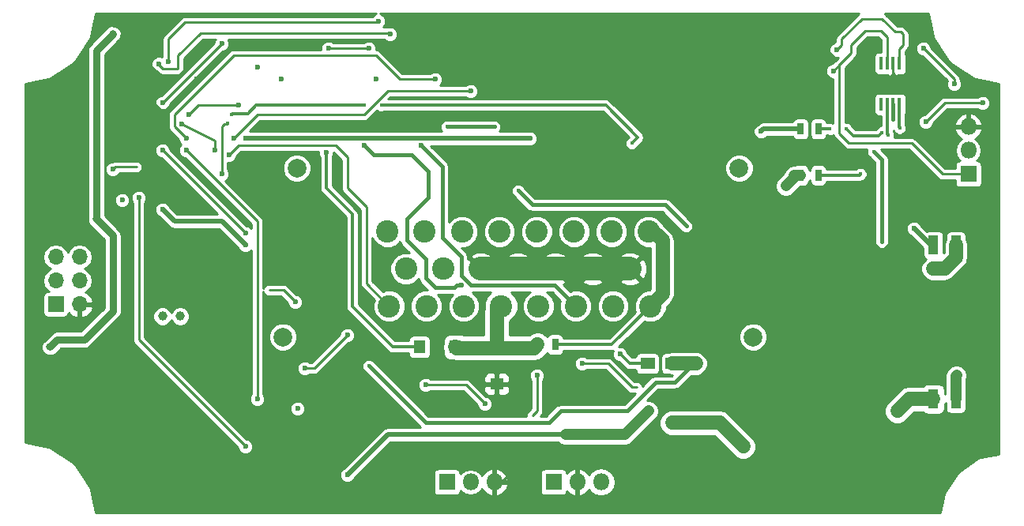
<source format=gbl>
%TF.GenerationSoftware,KiCad,Pcbnew,4.0.6*%
%TF.CreationDate,2017-06-12T10:51:15+02:00*%
%TF.ProjectId,Z_ndung Vergaser,5AFC6E64756E67205665726761736572,rev?*%
%TF.FileFunction,Copper,L2,Bot,Signal*%
%FSLAX46Y46*%
G04 Gerber Fmt 4.6, Leading zero omitted, Abs format (unit mm)*
G04 Created by KiCad (PCBNEW 4.0.6) date 06/12/17 10:51:15*
%MOMM*%
%LPD*%
G01*
G04 APERTURE LIST*
%ADD10C,0.100000*%
%ADD11C,2.400000*%
%ADD12C,2.000000*%
%ADD13R,1.270000X1.470000*%
%ADD14R,1.470000X1.270000*%
%ADD15R,1.140000X2.030000*%
%ADD16R,0.450000X1.450000*%
%ADD17R,1.700000X1.700000*%
%ADD18O,1.700000X1.700000*%
%ADD19R,1.500000X1.300000*%
%ADD20R,1.800000X1.800000*%
%ADD21O,1.800000X1.800000*%
%ADD22R,0.700000X1.300000*%
%ADD23C,1.000000*%
%ADD24C,0.600000*%
%ADD25C,1.500000*%
%ADD26C,0.400000*%
%ADD27C,1.200000*%
%ADD28C,0.800000*%
%ADD29C,0.250000*%
%ADD30C,2.500000*%
%ADD31C,1.500000*%
%ADD32C,0.500000*%
%ADD33C,0.300000*%
%ADD34C,1.200000*%
%ADD35C,0.400000*%
%ADD36C,0.800000*%
%ADD37C,0.254000*%
G04 APERTURE END LIST*
D10*
D11*
X39340000Y30670000D03*
X43340000Y30670000D03*
X47340000Y30670000D03*
X51340000Y30670000D03*
X55340000Y30670000D03*
X59340000Y30670000D03*
X63340000Y30670000D03*
X67340000Y30670000D03*
X41340000Y26670000D03*
X45340000Y26670000D03*
X49340000Y26670000D03*
X53340000Y26670000D03*
X57340000Y26670000D03*
X61340000Y26670000D03*
X65340000Y26670000D03*
X39530000Y22670000D03*
X43530000Y22670000D03*
X47530000Y22670000D03*
X51530000Y22670000D03*
X55530000Y22670000D03*
X59530000Y22670000D03*
X63530000Y22670000D03*
X67530000Y22670000D03*
D12*
X29640000Y37470000D03*
X77040000Y37470000D03*
X28140000Y19370000D03*
X78540000Y19370000D03*
D13*
X42769000Y18288000D03*
X46639000Y18288000D03*
D14*
X51054000Y18191000D03*
X51054000Y14321000D03*
D15*
X100260000Y29210000D03*
X97860000Y29210000D03*
X100260000Y12700000D03*
X97860000Y12700000D03*
D16*
X92243000Y48682000D03*
X92893000Y48682000D03*
X93543000Y48682000D03*
X94193000Y48682000D03*
X94193000Y44282000D03*
X93543000Y44282000D03*
X92893000Y44282000D03*
X92243000Y44282000D03*
D17*
X3810000Y22860000D03*
D18*
X6350000Y22860000D03*
X3810000Y25400000D03*
X6350000Y25400000D03*
X3810000Y27940000D03*
X6350000Y27940000D03*
D19*
X69930000Y16510000D03*
X67230000Y16510000D03*
D20*
X45720000Y3810000D03*
D21*
X48260000Y3810000D03*
X50800000Y3810000D03*
D20*
X101600000Y36830000D03*
D21*
X101600000Y39370000D03*
X101600000Y41910000D03*
D22*
X57338000Y18542000D03*
X55438000Y18542000D03*
X83632000Y36703000D03*
X85532000Y36703000D03*
X83632000Y41656000D03*
X85532000Y41656000D03*
D20*
X57150000Y3810000D03*
D21*
X59690000Y3810000D03*
X62230000Y3810000D03*
D23*
X15240000Y21590000D03*
X17140000Y21590000D03*
D24*
X27940000Y46990000D03*
X38100000Y46990000D03*
X25400000Y48260000D03*
X10922000Y34036000D03*
X9906000Y37338000D03*
X60198000Y16510000D03*
X55372000Y15240000D03*
X103124000Y44450000D03*
X97028000Y42418000D03*
X100076000Y46482000D03*
X96774000Y50292000D03*
X43434000Y14224000D03*
X49784000Y12192000D03*
X29718000Y11684000D03*
X30480000Y16002000D03*
X35052000Y19558000D03*
X29464000Y23114000D03*
X37338000Y50292000D03*
X33020000Y50292000D03*
X6350000Y46482000D03*
X2540000Y45466000D03*
X2286000Y40640000D03*
X98044000Y17018000D03*
X93218000Y16256000D03*
X84074000Y16764000D03*
X79248000Y10922000D03*
X74422000Y21844000D03*
X83820000Y21590000D03*
X59690000Y7366000D03*
X54864000Y7112000D03*
X68072000Y4064000D03*
X75438000Y4318000D03*
X84074000Y4318000D03*
X97790000Y9398000D03*
X93726000Y5334000D03*
X75184000Y29464000D03*
X83058000Y26670000D03*
X86360000Y29210000D03*
X89916000Y43434000D03*
X89916000Y48260000D03*
X81788000Y43434000D03*
X71374000Y41402000D03*
X72136000Y44958000D03*
X66802000Y45720000D03*
X64516000Y49530000D03*
X56134000Y48768000D03*
X54102000Y46228000D03*
X40386000Y50038000D03*
X15748000Y53086000D03*
X6604000Y38354000D03*
X3048000Y31242000D03*
X5334000Y32004000D03*
X16510000Y3302000D03*
X35306000Y3048000D03*
X18796000Y8890000D03*
X12954000Y8890000D03*
X12446000Y14732000D03*
X11176000Y5588000D03*
X8382000Y8128000D03*
X51054000Y6858000D03*
X53594000Y4572000D03*
X13716000Y41910000D03*
X13462000Y39878000D03*
X13716000Y48260000D03*
X18923000Y46990000D03*
D25*
X93980000Y11430000D03*
X69850000Y10160000D03*
X77470000Y7620000D03*
D24*
X24130000Y29210000D03*
X15240000Y33020000D03*
X15240000Y39370000D03*
X24130000Y30480000D03*
D26*
X65532000Y40132000D03*
X38735000Y44196000D03*
X36830000Y44196000D03*
X22606000Y43180000D03*
D24*
X48260000Y45720000D03*
X22860000Y40640000D03*
X44450000Y46990000D03*
X17780000Y40640000D03*
X54610000Y40640000D03*
X24130000Y40640000D03*
X32766000Y39116000D03*
X35052000Y4572000D03*
D27*
X58420000Y8890000D03*
X67310000Y11430000D03*
D26*
X37338000Y16256000D03*
D25*
X72390000Y16510000D03*
D24*
X95758000Y30988000D03*
D27*
X100330000Y15240000D03*
D24*
X15240000Y44450000D03*
X21590000Y50800000D03*
X87122000Y47879000D03*
X87503000Y50165000D03*
D26*
X94234000Y41783000D03*
X92329000Y41275000D03*
X88519000Y41656000D03*
X86741000Y41656000D03*
X92964000Y41021000D03*
X90043000Y36830000D03*
D27*
X39340000Y30670000D03*
D24*
X79375000Y41402000D03*
X36830000Y39878000D03*
X47244000Y24892000D03*
X64262000Y17526000D03*
X42926000Y39878000D03*
X24130000Y7620000D03*
X12700000Y34290000D03*
X15875000Y48895000D03*
X38354000Y53213000D03*
X14859000Y48641000D03*
X39624000Y51816000D03*
X25400000Y12700000D03*
X17780000Y39370000D03*
X21590000Y36830000D03*
D26*
X22225000Y42291000D03*
X50800000Y41910000D03*
X45720000Y41910000D03*
X71374000Y31242000D03*
X53340000Y35052000D03*
X92329000Y29591000D03*
X91440000Y39243000D03*
X93472000Y42672000D03*
D28*
X9906000Y51816000D03*
X3204998Y18288000D03*
X8128000Y32004000D03*
D25*
X97790000Y26670000D03*
D24*
X99060000Y26670000D03*
D27*
X82042000Y35560000D03*
D24*
X23368000Y44196000D03*
X18034000Y43180000D03*
X17272000Y42164000D03*
X22352000Y38862000D03*
X20828000Y39370000D03*
D29*
X9906000Y37338000D02*
X10160000Y37592000D01*
X10160000Y37592000D02*
X12446000Y37592000D01*
X12446000Y37592000D02*
X10160000Y37592000D01*
X12446000Y37592000D02*
X10160000Y37592000D01*
X10160000Y37592000D02*
X9906000Y37338000D01*
X65532000Y13970000D02*
X66040000Y13970000D01*
X62992000Y16510000D02*
X65532000Y13970000D01*
X60198000Y16510000D02*
X62992000Y16510000D01*
X55372000Y11430000D02*
X55372000Y15240000D01*
X54864000Y10922000D02*
X55372000Y11430000D01*
X99060000Y44450000D02*
X103124000Y44450000D01*
X97028000Y42418000D02*
X99060000Y44450000D01*
X100076000Y46990000D02*
X100076000Y46482000D01*
X96774000Y50292000D02*
X100076000Y46990000D01*
X47752000Y14224000D02*
X43434000Y14224000D01*
X49784000Y12192000D02*
X47752000Y14224000D01*
X26670000Y24384000D02*
X28194000Y24384000D01*
X31496000Y16002000D02*
X30480000Y16002000D01*
X35052000Y19558000D02*
X31496000Y16002000D01*
X28194000Y24384000D02*
X29464000Y23114000D01*
X33020000Y50292000D02*
X37338000Y50292000D01*
X2540000Y40894000D02*
X2540000Y45466000D01*
X2286000Y40640000D02*
X2540000Y40894000D01*
X93980000Y17018000D02*
X98044000Y17018000D01*
X93218000Y16256000D02*
X93980000Y17018000D01*
X84074000Y15748000D02*
X84074000Y16764000D01*
X79248000Y10922000D02*
X84074000Y15748000D01*
X83566000Y21844000D02*
X74422000Y21844000D01*
X83820000Y21590000D02*
X83566000Y21844000D01*
X50800000Y3810000D02*
X51562000Y3810000D01*
X51562000Y3810000D02*
X54864000Y7112000D01*
X51054000Y14321000D02*
X51054000Y11430000D01*
X51054000Y11430000D02*
X50800000Y11176000D01*
X68072000Y4064000D02*
X68072000Y4318000D01*
X75946000Y3810000D02*
X75438000Y4318000D01*
X83566000Y3810000D02*
X75946000Y3810000D01*
X84074000Y4318000D02*
X83566000Y3810000D01*
X93726000Y5334000D02*
X97790000Y9398000D01*
X83820000Y26670000D02*
X83058000Y26670000D01*
X86360000Y29210000D02*
X83820000Y26670000D01*
X93543000Y48682000D02*
X93543000Y47061000D01*
X91440000Y46736000D02*
X89916000Y48260000D01*
X93218000Y46736000D02*
X91440000Y46736000D01*
X93543000Y47061000D02*
X93218000Y46736000D01*
X85598000Y44704000D02*
X85598000Y44958000D01*
X84328000Y43434000D02*
X85598000Y44704000D01*
X81788000Y43434000D02*
X84328000Y43434000D01*
X71374000Y44196000D02*
X71374000Y41402000D01*
X72136000Y44958000D02*
X71374000Y44196000D01*
X66802000Y47244000D02*
X66802000Y45720000D01*
X64516000Y49530000D02*
X66802000Y47244000D01*
X56134000Y48260000D02*
X56134000Y48768000D01*
X54102000Y46228000D02*
X56134000Y48260000D01*
X14224000Y52070000D02*
X14732000Y52070000D01*
X14732000Y52070000D02*
X15748000Y53086000D01*
X6604000Y38354000D02*
X6096000Y37846000D01*
X6096000Y37846000D02*
X4318000Y37846000D01*
X4318000Y37846000D02*
X2794000Y36322000D01*
X2794000Y36322000D02*
X2794000Y31496000D01*
X2794000Y31496000D02*
X3048000Y31242000D01*
X35052000Y3302000D02*
X16510000Y3302000D01*
X35306000Y3048000D02*
X35052000Y3302000D01*
X12954000Y14224000D02*
X12954000Y8890000D01*
X12446000Y14732000D02*
X12954000Y14224000D01*
X10922000Y5588000D02*
X11176000Y5588000D01*
X8382000Y8128000D02*
X10922000Y5588000D01*
X50800000Y3810000D02*
X52832000Y3810000D01*
X52832000Y3810000D02*
X53594000Y4572000D01*
X93543000Y48682000D02*
X93543000Y47427000D01*
X93543000Y47427000D02*
X93980000Y46990000D01*
X14033500Y41592500D02*
X14160500Y41592500D01*
X13716000Y41910000D02*
X14033500Y41592500D01*
X15113000Y43688000D02*
X15113000Y42545000D01*
X15113000Y42545000D02*
X14160500Y41592500D01*
X14160500Y41592500D02*
X13462000Y40894000D01*
X13462000Y40894000D02*
X13462000Y39878000D01*
X13462000Y48006000D02*
X13716000Y48260000D01*
X13462000Y45212000D02*
X13462000Y48006000D01*
X14986000Y43688000D02*
X13462000Y45212000D01*
X15621000Y43688000D02*
X15113000Y43688000D01*
X15113000Y43688000D02*
X14986000Y43688000D01*
X18923000Y46990000D02*
X15621000Y43688000D01*
D30*
X65340000Y26670000D02*
X49340000Y26670000D01*
D29*
X65340000Y26670000D02*
X64770000Y26670000D01*
D31*
X97860000Y12700000D02*
X95250000Y12700000D01*
X95250000Y12700000D02*
X93980000Y11430000D01*
X74930000Y10160000D02*
X69850000Y10160000D01*
X77470000Y7620000D02*
X74930000Y10160000D01*
D32*
X24130000Y29210000D02*
X21590000Y31750000D01*
X21590000Y31750000D02*
X16510000Y31750000D01*
X16510000Y31750000D02*
X15240000Y33020000D01*
D29*
X21590000Y33020000D02*
X15240000Y39370000D01*
X24130000Y30480000D02*
X21590000Y33020000D01*
D33*
X66167000Y40767000D02*
X65532000Y40132000D01*
X62738000Y44196000D02*
X66167000Y40767000D01*
X38735000Y44196000D02*
X62738000Y44196000D01*
X25273000Y44196000D02*
X36830000Y44196000D01*
X24384000Y43307000D02*
X25273000Y44196000D01*
X22733000Y43307000D02*
X24384000Y43307000D01*
X22606000Y43180000D02*
X22733000Y43307000D01*
D29*
X25400000Y43180000D02*
X36830000Y43180000D01*
X36830000Y43180000D02*
X39370000Y45720000D01*
X39370000Y45720000D02*
X48260000Y45720000D01*
X22860000Y40640000D02*
X25400000Y43180000D01*
X19050000Y45720000D02*
X22860000Y49530000D01*
X38100000Y49530000D02*
X40640000Y46990000D01*
X22860000Y49530000D02*
X38100000Y49530000D01*
X40640000Y46990000D02*
X44450000Y46990000D01*
X16510000Y43180000D02*
X19050000Y45720000D01*
X16510000Y41910000D02*
X16510000Y43180000D01*
X17780000Y40640000D02*
X16510000Y41910000D01*
D32*
X54610000Y40640000D02*
X24130000Y40640000D01*
D33*
X42769000Y18288000D02*
X39878000Y18288000D01*
X32766000Y35306000D02*
X32766000Y39116000D01*
X35560000Y32512000D02*
X32766000Y35306000D01*
X35560000Y22606000D02*
X35560000Y32512000D01*
X39878000Y18288000D02*
X35560000Y22606000D01*
D31*
X51054000Y18191000D02*
X46736000Y18191000D01*
X46736000Y18191000D02*
X46639000Y18288000D01*
X51054000Y18191000D02*
X55087000Y18191000D01*
X55087000Y18191000D02*
X55438000Y18542000D01*
X51054000Y18191000D02*
X51054000Y22194000D01*
X51054000Y22194000D02*
X51530000Y22670000D01*
D32*
X39370000Y8890000D02*
X59690000Y8890000D01*
X35052000Y4572000D02*
X39370000Y8890000D01*
D34*
X64770000Y8890000D02*
X59690000Y8890000D01*
X59690000Y8890000D02*
X58420000Y8890000D01*
X67310000Y11430000D02*
X64770000Y8890000D01*
D35*
X70104000Y14478000D02*
X72136000Y16510000D01*
X68072000Y14478000D02*
X70104000Y14478000D01*
X65024000Y11430000D02*
X68072000Y14478000D01*
X57912000Y11430000D02*
X65024000Y11430000D01*
X56642000Y10160000D02*
X57912000Y11430000D01*
X43434000Y10160000D02*
X56642000Y10160000D01*
X37338000Y16256000D02*
X43434000Y10160000D01*
D31*
X69930000Y16510000D02*
X72136000Y16510000D01*
X72136000Y16510000D02*
X72390000Y16510000D01*
D32*
X95758000Y30988000D02*
X97536000Y29210000D01*
X97536000Y29210000D02*
X97860000Y29210000D01*
D34*
X100260000Y12700000D02*
X100260000Y15170000D01*
X100260000Y15170000D02*
X100330000Y15240000D01*
D29*
X21590000Y50800000D02*
X15240000Y44450000D01*
X101600000Y36830000D02*
X98806000Y36830000D01*
X87757000Y41148000D02*
X87757000Y48514000D01*
X88773000Y40132000D02*
X87757000Y41148000D01*
X95504000Y40132000D02*
X88773000Y40132000D01*
X98806000Y36830000D02*
X95504000Y40132000D01*
X92893000Y51506000D02*
X92893000Y48682000D01*
X92202000Y52197000D02*
X92893000Y51506000D01*
X90551000Y52197000D02*
X92202000Y52197000D01*
X89027000Y50673000D02*
X90551000Y52197000D01*
X89027000Y49784000D02*
X89027000Y50673000D01*
X87122000Y47879000D02*
X87757000Y48514000D01*
X87757000Y48514000D02*
X89027000Y49784000D01*
X94193000Y50251000D02*
X94193000Y48682000D01*
X94615000Y50673000D02*
X94193000Y50251000D01*
X94615000Y51816000D02*
X94615000Y50673000D01*
X94361000Y52070000D02*
X94615000Y51816000D01*
X93726000Y52070000D02*
X94361000Y52070000D01*
X92329000Y53467000D02*
X93726000Y52070000D01*
X90170000Y53467000D02*
X92329000Y53467000D01*
X88011000Y51308000D02*
X90170000Y53467000D01*
X88011000Y50673000D02*
X88011000Y51308000D01*
X87503000Y50165000D02*
X88011000Y50673000D01*
D33*
X85532000Y41656000D02*
X86741000Y41656000D01*
X94193000Y41824000D02*
X94193000Y44282000D01*
X94234000Y41783000D02*
X94193000Y41824000D01*
X91948000Y40894000D02*
X92329000Y41275000D01*
X89281000Y40894000D02*
X91948000Y40894000D01*
X88519000Y41656000D02*
X89281000Y40894000D01*
X85532000Y36703000D02*
X89916000Y36703000D01*
X92893000Y41092000D02*
X92893000Y44282000D01*
X92964000Y41021000D02*
X92893000Y41092000D01*
X89916000Y36703000D02*
X90043000Y36830000D01*
D32*
X83632000Y41656000D02*
X79629000Y41656000D01*
X79629000Y41656000D02*
X79375000Y41402000D01*
X59340000Y30670000D02*
X59340000Y30830000D01*
D35*
X36830000Y39878000D02*
X37846000Y38862000D01*
X37846000Y38862000D02*
X41910000Y38862000D01*
X41910000Y38862000D02*
X43688000Y37084000D01*
X43688000Y37084000D02*
X43688000Y34290000D01*
X43688000Y34290000D02*
X41402000Y32004000D01*
X41402000Y32004000D02*
X41402000Y29718000D01*
X41402000Y29718000D02*
X43434000Y27686000D01*
X43434000Y27686000D02*
X43434000Y25654000D01*
X43434000Y25654000D02*
X44450000Y24638000D01*
X44450000Y24638000D02*
X46482000Y24638000D01*
X46482000Y24638000D02*
X46736000Y24892000D01*
X46736000Y24892000D02*
X47244000Y24892000D01*
D33*
X65278000Y16510000D02*
X64262000Y17526000D01*
X65278000Y16510000D02*
X67230000Y16510000D01*
D35*
X57308000Y24892000D02*
X59530000Y22670000D01*
X48260000Y24892000D02*
X57308000Y24892000D01*
X47244000Y25908000D02*
X48260000Y24892000D01*
X47244000Y27940000D02*
X47244000Y25908000D01*
X45212000Y29972000D02*
X47244000Y27940000D01*
X45212000Y37592000D02*
X45212000Y29972000D01*
X42926000Y39878000D02*
X45212000Y37592000D01*
D29*
X24130000Y7620000D02*
X12700000Y19050000D01*
X12700000Y19050000D02*
X12700000Y34290000D01*
X15875000Y51308000D02*
X15875000Y48895000D01*
X17653000Y53086000D02*
X15875000Y51308000D01*
X38227000Y53086000D02*
X17653000Y53086000D01*
X38354000Y53213000D02*
X38227000Y53086000D01*
X39624000Y51816000D02*
X39497000Y51943000D01*
X39497000Y51943000D02*
X19304000Y51943000D01*
X19304000Y51943000D02*
X16891000Y49530000D01*
X16891000Y49530000D02*
X16891000Y48133000D01*
X16891000Y48133000D02*
X15240000Y48133000D01*
X15240000Y48133000D02*
X14859000Y48514000D01*
X14859000Y48514000D02*
X14859000Y48641000D01*
X25400000Y31750000D02*
X25400000Y12700000D01*
X17780000Y39370000D02*
X25400000Y31750000D01*
X21844000Y42164000D02*
X21590000Y41910000D01*
X21590000Y36830000D02*
X21590000Y41910000D01*
X22098000Y42164000D02*
X21844000Y42164000D01*
X22225000Y42291000D02*
X22098000Y42164000D01*
D35*
X45720000Y41910000D02*
X50800000Y41910000D01*
X69088000Y33528000D02*
X71374000Y31242000D01*
X54864000Y33528000D02*
X69088000Y33528000D01*
X53340000Y35052000D02*
X54864000Y33528000D01*
X93543000Y44282000D02*
X93543000Y42743000D01*
X92329000Y38354000D02*
X92329000Y29591000D01*
X91440000Y39243000D02*
X92329000Y38354000D01*
X93543000Y42743000D02*
X93472000Y42672000D01*
D33*
X57338000Y18542000D02*
X63402000Y18542000D01*
X63402000Y18542000D02*
X67530000Y22670000D01*
D36*
X8128000Y32004000D02*
X8128000Y50038000D01*
X8128000Y50038000D02*
X9906000Y51816000D01*
X9906000Y30226000D02*
X8128000Y32004000D01*
X9906000Y22098000D02*
X9906000Y30226000D01*
X6858000Y19050000D02*
X9906000Y22098000D01*
X3966998Y19050000D02*
X6858000Y19050000D01*
X3204998Y18288000D02*
X3966998Y19050000D01*
D31*
X67340000Y30670000D02*
X67882000Y30670000D01*
X67882000Y30670000D02*
X68834000Y29718000D01*
X68834000Y29718000D02*
X68834000Y23974000D01*
X68834000Y23974000D02*
X67530000Y22670000D01*
X99060000Y26670000D02*
X97790000Y26670000D01*
X100260000Y29210000D02*
X100260000Y27870000D01*
X100260000Y27870000D02*
X99060000Y26670000D01*
D32*
X100260000Y27870000D02*
X99060000Y26670000D01*
D34*
X83058000Y36703000D02*
X83058000Y36576000D01*
X83058000Y36576000D02*
X82042000Y35560000D01*
X83632000Y36703000D02*
X83058000Y36703000D01*
X83058000Y36703000D02*
X82931000Y36703000D01*
D29*
X19050000Y44196000D02*
X23368000Y44196000D01*
X18034000Y43180000D02*
X19050000Y44196000D01*
X37084000Y25116000D02*
X39530000Y22670000D01*
X37084000Y33274000D02*
X37084000Y25116000D01*
X35052000Y35306000D02*
X37084000Y33274000D01*
X35052000Y38608000D02*
X35052000Y35306000D01*
X33782000Y39878000D02*
X35052000Y38608000D01*
X23368000Y39878000D02*
X33782000Y39878000D01*
X22352000Y38862000D02*
X23368000Y39878000D01*
X20828000Y40386000D02*
X20828000Y39370000D01*
X17272000Y42164000D02*
X20828000Y40386000D01*
D37*
G36*
X37886154Y53914505D02*
X37709340Y53738000D01*
X17653005Y53738000D01*
X17653000Y53738001D01*
X17403491Y53688370D01*
X17392231Y53680846D01*
X17191966Y53547034D01*
X17191964Y53547031D01*
X15413966Y51769034D01*
X15272631Y51557510D01*
X15272631Y51557509D01*
X15222999Y51308000D01*
X15223000Y51307995D01*
X15223000Y49412673D01*
X15203646Y49393353D01*
X15024222Y49467856D01*
X14695221Y49468143D01*
X14391154Y49342505D01*
X14158312Y49110070D01*
X14032144Y48806222D01*
X14031857Y48477221D01*
X14157495Y48173154D01*
X14389930Y47940312D01*
X14596321Y47854611D01*
X14778964Y47671969D01*
X14778966Y47671966D01*
X14990490Y47530631D01*
X15240000Y47481000D01*
X16891000Y47481000D01*
X17140510Y47530631D01*
X17352034Y47671966D01*
X17493369Y47883490D01*
X17543000Y48133000D01*
X17543000Y49259932D01*
X19574067Y51291000D01*
X20911280Y51291000D01*
X20889312Y51269070D01*
X20763144Y50965222D01*
X20763083Y50895151D01*
X15145015Y45277083D01*
X15076221Y45277143D01*
X14772154Y45151505D01*
X14539312Y44919070D01*
X14413144Y44615222D01*
X14412857Y44286221D01*
X14538495Y43982154D01*
X14770930Y43749312D01*
X15074778Y43623144D01*
X15403779Y43622857D01*
X15707846Y43748495D01*
X15940688Y43980930D01*
X16066856Y44284778D01*
X16066917Y44354849D01*
X21684985Y49972917D01*
X21753779Y49972857D01*
X22057846Y50098495D01*
X22290688Y50330930D01*
X22416856Y50634778D01*
X22417143Y50963779D01*
X22291505Y51267846D01*
X22268391Y51291000D01*
X38979549Y51291000D01*
X39154930Y51115312D01*
X39458778Y50989144D01*
X39787779Y50988857D01*
X40091846Y51114495D01*
X40324688Y51346930D01*
X40450856Y51650778D01*
X40451143Y51979779D01*
X40325505Y52283846D01*
X40093070Y52516688D01*
X39789222Y52642856D01*
X39460221Y52643143D01*
X39343706Y52595000D01*
X38905497Y52595000D01*
X39054688Y52743930D01*
X39180856Y53047778D01*
X39181143Y53376779D01*
X39055505Y53680846D01*
X38823070Y53913688D01*
X38535733Y54033000D01*
X89866060Y54033000D01*
X89708966Y53928034D01*
X87549966Y51769034D01*
X87408631Y51557510D01*
X87408631Y51557509D01*
X87358999Y51308000D01*
X87359000Y51307995D01*
X87359000Y50992126D01*
X87339221Y50992143D01*
X87035154Y50866505D01*
X86802312Y50634070D01*
X86676144Y50330222D01*
X86675857Y50001221D01*
X86801495Y49697154D01*
X87033930Y49464312D01*
X87337778Y49338144D01*
X87658796Y49337864D01*
X87295966Y48975034D01*
X87295964Y48975031D01*
X87027016Y48706083D01*
X86958221Y48706143D01*
X86654154Y48580505D01*
X86421312Y48348070D01*
X86295144Y48044222D01*
X86294857Y47715221D01*
X86420495Y47411154D01*
X86652930Y47178312D01*
X86956778Y47052144D01*
X87105000Y47052015D01*
X87105000Y42292038D01*
X86886244Y42382874D01*
X86597025Y42383126D01*
X86475711Y42333000D01*
X86414244Y42333000D01*
X86382577Y42501294D01*
X86267158Y42680660D01*
X86091049Y42800990D01*
X85882000Y42843324D01*
X85182000Y42843324D01*
X84986706Y42806577D01*
X84807340Y42691158D01*
X84687010Y42515049D01*
X84644676Y42306000D01*
X84644676Y41006000D01*
X84681423Y40810706D01*
X84796842Y40631340D01*
X84972951Y40511010D01*
X85182000Y40468676D01*
X85882000Y40468676D01*
X86077294Y40505423D01*
X86256660Y40620842D01*
X86376990Y40796951D01*
X86413856Y40979000D01*
X86475647Y40979000D01*
X86595756Y40929126D01*
X86884975Y40928874D01*
X87128566Y41029524D01*
X87146396Y40939887D01*
X87154631Y40898490D01*
X87245881Y40761924D01*
X87295966Y40686966D01*
X88311966Y39670966D01*
X88523490Y39529631D01*
X88564887Y39521396D01*
X88773000Y39479999D01*
X88773005Y39480000D01*
X90751227Y39480000D01*
X90713126Y39388244D01*
X90712874Y39099025D01*
X90823320Y38831725D01*
X91027650Y38627039D01*
X91027953Y38626913D01*
X91602000Y38052866D01*
X91602000Y29591634D01*
X91601874Y29447025D01*
X91712320Y29179725D01*
X91916650Y28975039D01*
X92183756Y28864126D01*
X92472975Y28863874D01*
X92740275Y28974320D01*
X92944961Y29178650D01*
X93055874Y29445756D01*
X93056126Y29734975D01*
X93056000Y29735280D01*
X93056000Y30824221D01*
X94930857Y30824221D01*
X95056495Y30520154D01*
X95288930Y30287312D01*
X95410199Y30236957D01*
X96752676Y28894480D01*
X96752676Y28195000D01*
X96789423Y27999706D01*
X96904842Y27820340D01*
X97041372Y27727053D01*
X96708043Y27394307D01*
X96513222Y26925125D01*
X96512779Y26417103D01*
X96706781Y25947583D01*
X97065693Y25588043D01*
X97534875Y25393222D01*
X98042897Y25392779D01*
X98043432Y25393000D01*
X99060000Y25393000D01*
X99548687Y25490206D01*
X99962975Y25767025D01*
X101162975Y26967024D01*
X101439794Y27381313D01*
X101492640Y27646989D01*
X101537000Y27870000D01*
X101537000Y29210000D01*
X101439794Y29698687D01*
X101367324Y29807146D01*
X101367324Y30225000D01*
X101330577Y30420294D01*
X101215158Y30599660D01*
X101039049Y30719990D01*
X100830000Y30762324D01*
X99690000Y30762324D01*
X99494706Y30725577D01*
X99315340Y30610158D01*
X99195010Y30434049D01*
X99152676Y30225000D01*
X99152676Y29807146D01*
X99080206Y29698687D01*
X98983000Y29210000D01*
X98983000Y28398951D01*
X98967324Y28383275D01*
X98967324Y30225000D01*
X98930577Y30420294D01*
X98815158Y30599660D01*
X98639049Y30719990D01*
X98430000Y30762324D01*
X97290000Y30762324D01*
X97115377Y30729467D01*
X96509151Y31335693D01*
X96459505Y31455846D01*
X96227070Y31688688D01*
X95923222Y31814856D01*
X95594221Y31815143D01*
X95290154Y31689505D01*
X95057312Y31457070D01*
X94931144Y31153222D01*
X94930857Y30824221D01*
X93056000Y30824221D01*
X93056000Y38353995D01*
X93056001Y38354000D01*
X93005476Y38608000D01*
X93000660Y38632211D01*
X92843067Y38868067D01*
X92231134Y39480000D01*
X95233932Y39480000D01*
X98344964Y36368969D01*
X98344966Y36368966D01*
X98556490Y36227631D01*
X98806000Y36178000D01*
X100162676Y36178000D01*
X100162676Y35930000D01*
X100199423Y35734706D01*
X100314842Y35555340D01*
X100490951Y35435010D01*
X100700000Y35392676D01*
X102500000Y35392676D01*
X102695294Y35429423D01*
X102874660Y35544842D01*
X102994990Y35720951D01*
X103037324Y35930000D01*
X103037324Y37730000D01*
X103000577Y37925294D01*
X102885158Y38104660D01*
X102709049Y38224990D01*
X102508247Y38265654D01*
X102609041Y38333002D01*
X102918376Y38795954D01*
X103027000Y39342043D01*
X103027000Y39397957D01*
X102918376Y39944046D01*
X102609041Y40406998D01*
X102351431Y40579127D01*
X102396417Y40597760D01*
X102837966Y41002424D01*
X103091046Y41545258D01*
X102970997Y41783000D01*
X101727000Y41783000D01*
X101727000Y41763000D01*
X101473000Y41763000D01*
X101473000Y41783000D01*
X100229003Y41783000D01*
X100108954Y41545258D01*
X100362034Y41002424D01*
X100803583Y40597760D01*
X100848569Y40579127D01*
X100590959Y40406998D01*
X100281624Y39944046D01*
X100173000Y39397957D01*
X100173000Y39342043D01*
X100281624Y38795954D01*
X100590959Y38333002D01*
X100691614Y38265746D01*
X100504706Y38230577D01*
X100325340Y38115158D01*
X100205010Y37939049D01*
X100162676Y37730000D01*
X100162676Y37482000D01*
X99076067Y37482000D01*
X95965034Y40593034D01*
X95917193Y40625000D01*
X95753510Y40734369D01*
X95712113Y40742604D01*
X95504000Y40784001D01*
X95503995Y40784000D01*
X93652773Y40784000D01*
X93690874Y40875756D01*
X93691126Y41164975D01*
X93580680Y41432275D01*
X93570000Y41442974D01*
X93570000Y41486248D01*
X93617320Y41371725D01*
X93821650Y41167039D01*
X94088756Y41056126D01*
X94377975Y41055874D01*
X94645275Y41166320D01*
X94849961Y41370650D01*
X94960874Y41637756D01*
X94961126Y41926975D01*
X94870000Y42147517D01*
X94870000Y42254221D01*
X96200857Y42254221D01*
X96326495Y41950154D01*
X96558930Y41717312D01*
X96862778Y41591144D01*
X97191779Y41590857D01*
X97495846Y41716495D01*
X97728688Y41948930D01*
X97854856Y42252778D01*
X97854875Y42274742D01*
X100108954Y42274742D01*
X100229003Y42037000D01*
X101473000Y42037000D01*
X101473000Y43280378D01*
X101727000Y43280378D01*
X101727000Y42037000D01*
X102970997Y42037000D01*
X103091046Y42274742D01*
X102837966Y42817576D01*
X102396417Y43222240D01*
X101964740Y43401036D01*
X101727000Y43280378D01*
X101473000Y43280378D01*
X101235260Y43401036D01*
X100803583Y43222240D01*
X100362034Y42817576D01*
X100108954Y42274742D01*
X97854875Y42274742D01*
X97854917Y42322849D01*
X99330068Y43798000D01*
X102606327Y43798000D01*
X102654930Y43749312D01*
X102958778Y43623144D01*
X103287779Y43622857D01*
X103591846Y43748495D01*
X103824688Y43980930D01*
X103950856Y44284778D01*
X103951143Y44613779D01*
X103825505Y44917846D01*
X103593070Y45150688D01*
X103289222Y45276856D01*
X102960221Y45277143D01*
X102656154Y45151505D01*
X102606562Y45102000D01*
X99060005Y45102000D01*
X99060000Y45102001D01*
X98851887Y45060604D01*
X98810490Y45052369D01*
X98670753Y44959000D01*
X98598966Y44911034D01*
X96933015Y43245083D01*
X96864221Y43245143D01*
X96560154Y43119505D01*
X96327312Y42887070D01*
X96201144Y42583222D01*
X96200857Y42254221D01*
X94870000Y42254221D01*
X94870000Y43285033D01*
X94912990Y43347951D01*
X94955324Y43557000D01*
X94955324Y45007000D01*
X94918577Y45202294D01*
X94803158Y45381660D01*
X94627049Y45501990D01*
X94418000Y45544324D01*
X93968000Y45544324D01*
X93864328Y45524817D01*
X93768000Y45544324D01*
X93318000Y45544324D01*
X93214328Y45524817D01*
X93118000Y45544324D01*
X92668000Y45544324D01*
X92564328Y45524817D01*
X92468000Y45544324D01*
X92018000Y45544324D01*
X91822706Y45507577D01*
X91643340Y45392158D01*
X91523010Y45216049D01*
X91480676Y45007000D01*
X91480676Y43557000D01*
X91517423Y43361706D01*
X91632842Y43182340D01*
X91808951Y43062010D01*
X92018000Y43019676D01*
X92216000Y43019676D01*
X92216000Y42002099D01*
X92185025Y42002126D01*
X91917725Y41891680D01*
X91713039Y41687350D01*
X91664726Y41571000D01*
X89561422Y41571000D01*
X89185345Y41947077D01*
X89135680Y42067275D01*
X88931350Y42271961D01*
X88664244Y42382874D01*
X88409000Y42383096D01*
X88409000Y48243932D01*
X89488031Y49322964D01*
X89488034Y49322966D01*
X89629369Y49534490D01*
X89679000Y49784000D01*
X89679000Y50402932D01*
X90821067Y51545000D01*
X91931932Y51545000D01*
X92241000Y51235933D01*
X92241000Y49944324D01*
X92018000Y49944324D01*
X91822706Y49907577D01*
X91643340Y49792158D01*
X91523010Y49616049D01*
X91480676Y49407000D01*
X91480676Y47957000D01*
X91517423Y47761706D01*
X91632842Y47582340D01*
X91808951Y47462010D01*
X92018000Y47419676D01*
X92468000Y47419676D01*
X92571672Y47439183D01*
X92668000Y47419676D01*
X92957298Y47419676D01*
X92958301Y47418673D01*
X93191690Y47322000D01*
X93271750Y47322000D01*
X93430500Y47480750D01*
X93430500Y47531843D01*
X93492660Y47571842D01*
X93542582Y47644906D01*
X93582842Y47582340D01*
X93655500Y47532695D01*
X93655500Y47480750D01*
X93814250Y47322000D01*
X93894310Y47322000D01*
X94127699Y47418673D01*
X94128702Y47419676D01*
X94418000Y47419676D01*
X94613294Y47456423D01*
X94792660Y47571842D01*
X94912990Y47747951D01*
X94955324Y47957000D01*
X94955324Y49407000D01*
X94918577Y49602294D01*
X94845000Y49716636D01*
X94845000Y49980932D01*
X94992289Y50128221D01*
X95946857Y50128221D01*
X96072495Y49824154D01*
X96304930Y49591312D01*
X96608778Y49465144D01*
X96678849Y49465083D01*
X99321781Y46822152D01*
X99249144Y46647222D01*
X99248857Y46318221D01*
X99374495Y46014154D01*
X99606930Y45781312D01*
X99910778Y45655144D01*
X100239779Y45654857D01*
X100543846Y45780495D01*
X100776688Y46012930D01*
X100902856Y46316778D01*
X100903143Y46645779D01*
X100777505Y46949846D01*
X100725656Y47001786D01*
X100678369Y47239510D01*
X100537034Y47451034D01*
X100537031Y47451036D01*
X97601083Y50386985D01*
X97601143Y50455779D01*
X97475505Y50759846D01*
X97243070Y50992688D01*
X96939222Y51118856D01*
X96610221Y51119143D01*
X96306154Y50993505D01*
X96073312Y50761070D01*
X95947144Y50457222D01*
X95946857Y50128221D01*
X94992289Y50128221D01*
X95076034Y50211966D01*
X95217369Y50423490D01*
X95267000Y50673000D01*
X95267000Y51816000D01*
X95217369Y52065510D01*
X95076034Y52277034D01*
X95076031Y52277036D01*
X94822034Y52531034D01*
X94800580Y52545369D01*
X94610510Y52672369D01*
X94569113Y52680604D01*
X94361000Y52722001D01*
X94360995Y52722000D01*
X93996067Y52722000D01*
X92790034Y53928034D01*
X92632940Y54033000D01*
X97316468Y54033000D01*
X97804125Y51581385D01*
X97890280Y51373388D01*
X99542088Y48901282D01*
X99701282Y48742088D01*
X102173387Y47090281D01*
X102173388Y47090280D01*
X102381385Y47004125D01*
X104833000Y46516468D01*
X104833000Y6823532D01*
X102867393Y6432548D01*
X102659396Y6346393D01*
X100599308Y4969886D01*
X100440114Y4810692D01*
X99063607Y2750604D01*
X99048738Y2714706D01*
X98977452Y2542607D01*
X98586468Y577000D01*
X8093532Y577000D01*
X7605875Y3028615D01*
X7519720Y3236612D01*
X6736877Y4408221D01*
X34224857Y4408221D01*
X34350495Y4104154D01*
X34582930Y3871312D01*
X34886778Y3745144D01*
X35215779Y3744857D01*
X35519846Y3870495D01*
X35752688Y4102930D01*
X35803043Y4224199D01*
X36288844Y4710000D01*
X44282676Y4710000D01*
X44282676Y2910000D01*
X44319423Y2714706D01*
X44434842Y2535340D01*
X44610951Y2415010D01*
X44820000Y2372676D01*
X46620000Y2372676D01*
X46815294Y2409423D01*
X46994660Y2524842D01*
X47114990Y2700951D01*
X47155654Y2901753D01*
X47223002Y2800959D01*
X47685954Y2491624D01*
X48232043Y2383000D01*
X48287957Y2383000D01*
X48834046Y2491624D01*
X49296998Y2800959D01*
X49469127Y3058569D01*
X49487760Y3013583D01*
X49892424Y2572034D01*
X50435258Y2318954D01*
X50673000Y2439003D01*
X50673000Y3683000D01*
X50927000Y3683000D01*
X50927000Y2439003D01*
X51164742Y2318954D01*
X51707576Y2572034D01*
X52112240Y3013583D01*
X52291036Y3445260D01*
X52170378Y3683000D01*
X50927000Y3683000D01*
X50673000Y3683000D01*
X50653000Y3683000D01*
X50653000Y3937000D01*
X50673000Y3937000D01*
X50673000Y5180997D01*
X50927000Y5180997D01*
X50927000Y3937000D01*
X52170378Y3937000D01*
X52291036Y4174740D01*
X52112240Y4606417D01*
X52017310Y4710000D01*
X55712676Y4710000D01*
X55712676Y2910000D01*
X55749423Y2714706D01*
X55864842Y2535340D01*
X56040951Y2415010D01*
X56250000Y2372676D01*
X58050000Y2372676D01*
X58245294Y2409423D01*
X58424660Y2524842D01*
X58544990Y2700951D01*
X58566578Y2807554D01*
X58782424Y2572034D01*
X59325258Y2318954D01*
X59563000Y2439003D01*
X59563000Y3683000D01*
X59543000Y3683000D01*
X59543000Y3937000D01*
X59563000Y3937000D01*
X59563000Y5180997D01*
X59817000Y5180997D01*
X59817000Y3937000D01*
X59837000Y3937000D01*
X59837000Y3683000D01*
X59817000Y3683000D01*
X59817000Y2439003D01*
X60054742Y2318954D01*
X60597576Y2572034D01*
X60961047Y2968635D01*
X61120332Y2730248D01*
X61615726Y2399236D01*
X62200084Y2283000D01*
X62259916Y2283000D01*
X62844274Y2399236D01*
X63339668Y2730248D01*
X63670680Y3225642D01*
X63786916Y3810000D01*
X63670680Y4394358D01*
X63339668Y4889752D01*
X62844274Y5220764D01*
X62259916Y5337000D01*
X62200084Y5337000D01*
X61615726Y5220764D01*
X61120332Y4889752D01*
X60961047Y4651365D01*
X60597576Y5047966D01*
X60054742Y5301046D01*
X59817000Y5180997D01*
X59563000Y5180997D01*
X59325258Y5301046D01*
X58782424Y5047966D01*
X58567797Y4813776D01*
X58550577Y4905294D01*
X58435158Y5084660D01*
X58259049Y5204990D01*
X58050000Y5247324D01*
X56250000Y5247324D01*
X56054706Y5210577D01*
X55875340Y5095158D01*
X55755010Y4919049D01*
X55712676Y4710000D01*
X52017310Y4710000D01*
X51707576Y5047966D01*
X51164742Y5301046D01*
X50927000Y5180997D01*
X50673000Y5180997D01*
X50435258Y5301046D01*
X49892424Y5047966D01*
X49487760Y4606417D01*
X49469127Y4561431D01*
X49296998Y4819041D01*
X48834046Y5128376D01*
X48287957Y5237000D01*
X48232043Y5237000D01*
X47685954Y5128376D01*
X47223002Y4819041D01*
X47155746Y4718386D01*
X47120577Y4905294D01*
X47005158Y5084660D01*
X46829049Y5204990D01*
X46620000Y5247324D01*
X44820000Y5247324D01*
X44624706Y5210577D01*
X44445340Y5095158D01*
X44325010Y4919049D01*
X44282676Y4710000D01*
X36288844Y4710000D01*
X39691844Y8113000D01*
X57603216Y8113000D01*
X57780772Y7935133D01*
X58194842Y7763196D01*
X58643191Y7762805D01*
X58643663Y7763000D01*
X64770000Y7763000D01*
X65201284Y7848788D01*
X65566909Y8093091D01*
X67361117Y9887299D01*
X68472762Y9887299D01*
X68681956Y9381011D01*
X69068974Y8993317D01*
X69574896Y8783240D01*
X70122701Y8782762D01*
X70123277Y8783000D01*
X74359628Y8783000D01*
X76496038Y6646590D01*
X76688974Y6453317D01*
X77194896Y6243240D01*
X77742701Y6242762D01*
X78248989Y6451956D01*
X78636683Y6838974D01*
X78846760Y7344896D01*
X78847238Y7892701D01*
X78638044Y8398989D01*
X78251026Y8786683D01*
X78250450Y8786922D01*
X75903686Y11133686D01*
X75868347Y11157299D01*
X92602762Y11157299D01*
X92811956Y10651011D01*
X93198974Y10263317D01*
X93704896Y10053240D01*
X94252701Y10052762D01*
X94758989Y10261956D01*
X95146683Y10648974D01*
X95146922Y10649550D01*
X95820372Y11323000D01*
X96777863Y11323000D01*
X96831757Y11239247D01*
X97041283Y11096083D01*
X97290000Y11045717D01*
X98430000Y11045717D01*
X98662352Y11089437D01*
X98875753Y11226757D01*
X99018917Y11436283D01*
X99069283Y11685000D01*
X99069283Y12078910D01*
X99132182Y12173045D01*
X99152676Y12276075D01*
X99152676Y11685000D01*
X99189423Y11489706D01*
X99304842Y11310340D01*
X99480951Y11190010D01*
X99690000Y11147676D01*
X100830000Y11147676D01*
X101025294Y11184423D01*
X101204660Y11299842D01*
X101324990Y11475951D01*
X101367324Y11685000D01*
X101367324Y12601082D01*
X101387000Y12700000D01*
X101387000Y14846735D01*
X101456804Y15014842D01*
X101457195Y15463191D01*
X101285981Y15877560D01*
X100969228Y16194867D01*
X100555158Y16366804D01*
X100106809Y16367195D01*
X99692440Y16195981D01*
X99375133Y15879228D01*
X99326916Y15763109D01*
X99218788Y15601284D01*
X99133000Y15170000D01*
X99133000Y13222843D01*
X99132182Y13226955D01*
X99069283Y13321090D01*
X99069283Y13715000D01*
X99025563Y13947352D01*
X98888243Y14160753D01*
X98678717Y14303917D01*
X98430000Y14354283D01*
X97290000Y14354283D01*
X97057648Y14310563D01*
X96844247Y14173243D01*
X96778487Y14077000D01*
X95250000Y14077000D01*
X94723045Y13972182D01*
X94276314Y13673686D01*
X93006590Y12403962D01*
X92813317Y12211026D01*
X92603240Y11705104D01*
X92602762Y11157299D01*
X75868347Y11157299D01*
X75456955Y11432182D01*
X74930000Y11537000D01*
X69850055Y11537000D01*
X69577299Y11537238D01*
X69071011Y11328044D01*
X68683317Y10941026D01*
X68473240Y10435104D01*
X68472762Y9887299D01*
X67361117Y9887299D01*
X68106909Y10633090D01*
X68264867Y10790772D01*
X68436804Y11204842D01*
X68437195Y11653191D01*
X68265981Y12067560D01*
X67949228Y12384867D01*
X67535158Y12556804D01*
X67179248Y12557114D01*
X68373134Y13751000D01*
X70103995Y13751000D01*
X70104000Y13750999D01*
X70336052Y13797158D01*
X70382211Y13806340D01*
X70618067Y13963933D01*
X71887134Y15233000D01*
X72389459Y15233000D01*
X72642897Y15232779D01*
X73112417Y15426781D01*
X73471957Y15785693D01*
X73666778Y16254875D01*
X73667221Y16762897D01*
X73473219Y17232417D01*
X73114307Y17591957D01*
X72645125Y17786778D01*
X72137103Y17787221D01*
X72136568Y17787000D01*
X69930000Y17787000D01*
X69479169Y17697324D01*
X69180000Y17697324D01*
X68984706Y17660577D01*
X68805340Y17545158D01*
X68685010Y17369049D01*
X68642676Y17160000D01*
X68642676Y15860000D01*
X68679423Y15664706D01*
X68794842Y15485340D01*
X68970951Y15365010D01*
X69180000Y15322676D01*
X69479169Y15322676D01*
X69847313Y15249447D01*
X69802866Y15205000D01*
X68072005Y15205000D01*
X68072000Y15205001D01*
X67839948Y15158842D01*
X67793789Y15149660D01*
X67557933Y14992067D01*
X66666096Y14100230D01*
X66642369Y14219510D01*
X66501034Y14431034D01*
X66289510Y14572369D01*
X66040000Y14622000D01*
X65802067Y14622000D01*
X63453034Y16971034D01*
X63373664Y17024067D01*
X63241510Y17112369D01*
X63200113Y17120604D01*
X62992000Y17162001D01*
X62991995Y17162000D01*
X60715673Y17162000D01*
X60667070Y17210688D01*
X60363222Y17336856D01*
X60034221Y17337143D01*
X59730154Y17211505D01*
X59497312Y16979070D01*
X59371144Y16675222D01*
X59370857Y16346221D01*
X59496495Y16042154D01*
X59728930Y15809312D01*
X60032778Y15683144D01*
X60361779Y15682857D01*
X60665846Y15808495D01*
X60715438Y15858000D01*
X62721932Y15858000D01*
X65070964Y13508969D01*
X65070966Y13508966D01*
X65282490Y13367631D01*
X65532000Y13318000D01*
X65883866Y13318000D01*
X64722866Y12157000D01*
X57912000Y12157000D01*
X57633789Y12101660D01*
X57397933Y11944067D01*
X57397931Y11944064D01*
X56340866Y10887000D01*
X55751067Y10887000D01*
X55833031Y10968964D01*
X55833034Y10968966D01*
X55974369Y11180490D01*
X56024000Y11430000D01*
X56024000Y14722327D01*
X56072688Y14770930D01*
X56198856Y15074778D01*
X56199143Y15403779D01*
X56073505Y15707846D01*
X55841070Y15940688D01*
X55537222Y16066856D01*
X55208221Y16067143D01*
X54904154Y15941505D01*
X54671312Y15709070D01*
X54545144Y15405222D01*
X54544857Y15076221D01*
X54670495Y14772154D01*
X54720000Y14722562D01*
X54720000Y11700067D01*
X54402966Y11383034D01*
X54261631Y11171509D01*
X54211999Y10922000D01*
X54218961Y10887000D01*
X43735134Y10887000D01*
X40561913Y14060221D01*
X42606857Y14060221D01*
X42732495Y13756154D01*
X42964930Y13523312D01*
X43268778Y13397144D01*
X43597779Y13396857D01*
X43901846Y13522495D01*
X43951438Y13572000D01*
X47481932Y13572000D01*
X48956917Y12097015D01*
X48956857Y12028221D01*
X49082495Y11724154D01*
X49314930Y11491312D01*
X49618778Y11365144D01*
X49947779Y11364857D01*
X50251846Y11490495D01*
X50484688Y11722930D01*
X50610856Y12026778D01*
X50611143Y12355779D01*
X50485505Y12659846D01*
X50253070Y12892688D01*
X49949222Y13018856D01*
X49879151Y13018917D01*
X48862818Y14035250D01*
X49684000Y14035250D01*
X49684000Y13559691D01*
X49780673Y13326302D01*
X49959301Y13147673D01*
X50192690Y13051000D01*
X50768250Y13051000D01*
X50927000Y13209750D01*
X50927000Y14194000D01*
X51181000Y14194000D01*
X51181000Y13209750D01*
X51339750Y13051000D01*
X51915310Y13051000D01*
X52148699Y13147673D01*
X52327327Y13326302D01*
X52424000Y13559691D01*
X52424000Y14035250D01*
X52265250Y14194000D01*
X51181000Y14194000D01*
X50927000Y14194000D01*
X49842750Y14194000D01*
X49684000Y14035250D01*
X48862818Y14035250D01*
X48213034Y14685034D01*
X48201007Y14693070D01*
X48001510Y14826369D01*
X47960113Y14834604D01*
X47752000Y14876001D01*
X47751995Y14876000D01*
X43951673Y14876000D01*
X43903070Y14924688D01*
X43599222Y15050856D01*
X43270221Y15051143D01*
X42966154Y14925505D01*
X42733312Y14693070D01*
X42607144Y14389222D01*
X42606857Y14060221D01*
X40561913Y14060221D01*
X39539825Y15082309D01*
X49684000Y15082309D01*
X49684000Y14606750D01*
X49842750Y14448000D01*
X50927000Y14448000D01*
X50927000Y15432250D01*
X51181000Y15432250D01*
X51181000Y14448000D01*
X52265250Y14448000D01*
X52424000Y14606750D01*
X52424000Y15082309D01*
X52327327Y15315698D01*
X52148699Y15494327D01*
X51915310Y15591000D01*
X51339750Y15591000D01*
X51181000Y15432250D01*
X50927000Y15432250D01*
X50768250Y15591000D01*
X50192690Y15591000D01*
X49959301Y15494327D01*
X49780673Y15315698D01*
X49684000Y15082309D01*
X39539825Y15082309D01*
X37852067Y16770067D01*
X37852066Y16770067D01*
X37750350Y16871961D01*
X37483244Y16982874D01*
X37338002Y16983001D01*
X37337998Y16983001D01*
X37194025Y16983126D01*
X36926725Y16872680D01*
X36722039Y16668350D01*
X36611126Y16401244D01*
X36610874Y16112025D01*
X36721320Y15844725D01*
X36925650Y15640039D01*
X36925953Y15639913D01*
X42898866Y9667000D01*
X39370000Y9667000D01*
X39072655Y9607854D01*
X38820578Y9439422D01*
X34704307Y5323151D01*
X34584154Y5273505D01*
X34351312Y5041070D01*
X34225144Y4737222D01*
X34224857Y4408221D01*
X6736877Y4408221D01*
X5867912Y5708718D01*
X5708718Y5867912D01*
X3236612Y7519720D01*
X3028615Y7605875D01*
X577000Y8093532D01*
X577000Y18104417D01*
X2277837Y18104417D01*
X2418667Y17763583D01*
X2679209Y17502586D01*
X3019797Y17361161D01*
X3388581Y17360839D01*
X3729415Y17501669D01*
X3990412Y17762211D01*
X3990573Y17762599D01*
X4350974Y18123000D01*
X6858000Y18123000D01*
X7212748Y18193564D01*
X7513488Y18394512D01*
X10561488Y21442512D01*
X10606196Y21509423D01*
X10762436Y21743252D01*
X10833000Y22098000D01*
X10833000Y30226000D01*
X10814675Y30318126D01*
X10762437Y30580747D01*
X10561488Y30881488D01*
X9055000Y32387976D01*
X9055000Y33872221D01*
X10094857Y33872221D01*
X10220495Y33568154D01*
X10452930Y33335312D01*
X10756778Y33209144D01*
X11085779Y33208857D01*
X11389846Y33334495D01*
X11622688Y33566930D01*
X11748856Y33870778D01*
X11749078Y34126221D01*
X11872857Y34126221D01*
X11998495Y33822154D01*
X12048000Y33772562D01*
X12048000Y19050005D01*
X12047999Y19050000D01*
X12086328Y18857312D01*
X12097631Y18800490D01*
X12203031Y18642747D01*
X12238966Y18588966D01*
X23302917Y7525015D01*
X23302857Y7456221D01*
X23428495Y7152154D01*
X23660930Y6919312D01*
X23964778Y6793144D01*
X24293779Y6792857D01*
X24597846Y6918495D01*
X24830688Y7150930D01*
X24956856Y7454778D01*
X24957143Y7783779D01*
X24831505Y8087846D01*
X24599070Y8320688D01*
X24295222Y8446856D01*
X24225151Y8446917D01*
X21151847Y11520221D01*
X28890857Y11520221D01*
X29016495Y11216154D01*
X29248930Y10983312D01*
X29552778Y10857144D01*
X29881779Y10856857D01*
X30185846Y10982495D01*
X30418688Y11214930D01*
X30544856Y11518778D01*
X30545143Y11847779D01*
X30419505Y12151846D01*
X30187070Y12384688D01*
X29883222Y12510856D01*
X29554221Y12511143D01*
X29250154Y12385505D01*
X29017312Y12153070D01*
X28891144Y11849222D01*
X28890857Y11520221D01*
X21151847Y11520221D01*
X13352000Y19320068D01*
X13352000Y21386613D01*
X14212822Y21386613D01*
X14368844Y21009011D01*
X14657492Y20719860D01*
X15034821Y20563179D01*
X15443387Y20562822D01*
X15820989Y20718844D01*
X16110140Y21007492D01*
X16190003Y21199822D01*
X16268844Y21009011D01*
X16557492Y20719860D01*
X16934821Y20563179D01*
X17343387Y20562822D01*
X17720989Y20718844D01*
X18010140Y21007492D01*
X18166821Y21384821D01*
X18167178Y21793387D01*
X18011156Y22170989D01*
X17722508Y22460140D01*
X17345179Y22616821D01*
X16936613Y22617178D01*
X16559011Y22461156D01*
X16269860Y22172508D01*
X16189997Y21980178D01*
X16111156Y22170989D01*
X15822508Y22460140D01*
X15445179Y22616821D01*
X15036613Y22617178D01*
X14659011Y22461156D01*
X14369860Y22172508D01*
X14213179Y21795179D01*
X14212822Y21386613D01*
X13352000Y21386613D01*
X13352000Y33772327D01*
X13400688Y33820930D01*
X13526856Y34124778D01*
X13527143Y34453779D01*
X13401505Y34757846D01*
X13169070Y34990688D01*
X12865222Y35116856D01*
X12536221Y35117143D01*
X12232154Y34991505D01*
X11999312Y34759070D01*
X11873144Y34455222D01*
X11872857Y34126221D01*
X11749078Y34126221D01*
X11749143Y34199779D01*
X11623505Y34503846D01*
X11391070Y34736688D01*
X11087222Y34862856D01*
X10758221Y34863143D01*
X10454154Y34737505D01*
X10221312Y34505070D01*
X10095144Y34201222D01*
X10094857Y33872221D01*
X9055000Y33872221D01*
X9055000Y37174221D01*
X9078857Y37174221D01*
X9204495Y36870154D01*
X9436930Y36637312D01*
X9740778Y36511144D01*
X10069779Y36510857D01*
X10373846Y36636495D01*
X10606688Y36868930D01*
X10636199Y36940000D01*
X12446000Y36940000D01*
X12695510Y36989631D01*
X12907034Y37130966D01*
X13048369Y37342490D01*
X13098000Y37592000D01*
X13048369Y37841510D01*
X12907034Y38053034D01*
X12695510Y38194369D01*
X12446000Y38244000D01*
X10160000Y38244000D01*
X9910490Y38194369D01*
X9866588Y38165035D01*
X9742221Y38165143D01*
X9438154Y38039505D01*
X9205312Y37807070D01*
X9079144Y37503222D01*
X9078857Y37174221D01*
X9055000Y37174221D01*
X9055000Y39206221D01*
X14412857Y39206221D01*
X14538495Y38902154D01*
X14770930Y38669312D01*
X15074778Y38543144D01*
X15144849Y38543083D01*
X21160932Y32527000D01*
X16831844Y32527000D01*
X15991151Y33367693D01*
X15941505Y33487846D01*
X15709070Y33720688D01*
X15405222Y33846856D01*
X15076221Y33847143D01*
X14772154Y33721505D01*
X14539312Y33489070D01*
X14413144Y33185222D01*
X14412857Y32856221D01*
X14538495Y32552154D01*
X14770930Y32319312D01*
X14892199Y32268957D01*
X15960578Y31200578D01*
X16212655Y31032146D01*
X16510000Y30973000D01*
X21268156Y30973000D01*
X23378849Y28862307D01*
X23428495Y28742154D01*
X23660930Y28509312D01*
X23964778Y28383144D01*
X24293779Y28382857D01*
X24597846Y28508495D01*
X24748000Y28658387D01*
X24748000Y13217673D01*
X24699312Y13169070D01*
X24573144Y12865222D01*
X24572857Y12536221D01*
X24698495Y12232154D01*
X24930930Y11999312D01*
X25234778Y11873144D01*
X25563779Y11872857D01*
X25867846Y11998495D01*
X26100688Y12230930D01*
X26226856Y12534778D01*
X26227143Y12863779D01*
X26101505Y13167846D01*
X26052000Y13217438D01*
X26052000Y15838221D01*
X29652857Y15838221D01*
X29778495Y15534154D01*
X30010930Y15301312D01*
X30314778Y15175144D01*
X30643779Y15174857D01*
X30947846Y15300495D01*
X30997438Y15350000D01*
X31495995Y15350000D01*
X31496000Y15349999D01*
X31704113Y15391396D01*
X31745510Y15399631D01*
X31957034Y15540966D01*
X35146984Y18730917D01*
X35215779Y18730857D01*
X35519846Y18856495D01*
X35752688Y19088930D01*
X35878856Y19392778D01*
X35879143Y19721779D01*
X35753505Y20025846D01*
X35521070Y20258688D01*
X35217222Y20384856D01*
X34888221Y20385143D01*
X34584154Y20259505D01*
X34351312Y20027070D01*
X34225144Y19723222D01*
X34225083Y19653150D01*
X31225932Y16654000D01*
X30997673Y16654000D01*
X30949070Y16702688D01*
X30645222Y16828856D01*
X30316221Y16829143D01*
X30012154Y16703505D01*
X29779312Y16471070D01*
X29653144Y16167222D01*
X29652857Y15838221D01*
X26052000Y15838221D01*
X26052000Y19067593D01*
X26612735Y19067593D01*
X26844717Y18506154D01*
X27273894Y18076227D01*
X27834928Y17843265D01*
X28442407Y17842735D01*
X29003846Y18074717D01*
X29433773Y18503894D01*
X29666735Y19064928D01*
X29667265Y19672407D01*
X29435283Y20233846D01*
X29006106Y20663773D01*
X28445072Y20896735D01*
X27837593Y20897265D01*
X27276154Y20665283D01*
X26846227Y20236106D01*
X26613265Y19675072D01*
X26612735Y19067593D01*
X26052000Y19067593D01*
X26052000Y24213072D01*
X26067631Y24134490D01*
X26208966Y23922966D01*
X26420490Y23781631D01*
X26670000Y23732000D01*
X27923932Y23732000D01*
X28636917Y23019016D01*
X28636857Y22950221D01*
X28762495Y22646154D01*
X28994930Y22413312D01*
X29298778Y22287144D01*
X29627779Y22286857D01*
X29931846Y22412495D01*
X30164688Y22644930D01*
X30290856Y22948778D01*
X30291143Y23277779D01*
X30165505Y23581846D01*
X29933070Y23814688D01*
X29629222Y23940856D01*
X29559150Y23940917D01*
X28655034Y24845034D01*
X28653268Y24846214D01*
X28443510Y24986369D01*
X28402113Y24994604D01*
X28194000Y25036001D01*
X28193995Y25036000D01*
X26670000Y25036000D01*
X26420490Y24986369D01*
X26208966Y24845034D01*
X26067631Y24633510D01*
X26052000Y24554928D01*
X26052000Y31750000D01*
X26002369Y31999510D01*
X25861034Y32211034D01*
X25861031Y32211036D01*
X21976984Y36095083D01*
X22057846Y36128495D01*
X22290688Y36360930D01*
X22416856Y36664778D01*
X22417143Y36993779D01*
X22345325Y37167593D01*
X28112735Y37167593D01*
X28344717Y36606154D01*
X28773894Y36176227D01*
X29334928Y35943265D01*
X29942407Y35942735D01*
X30503846Y36174717D01*
X30933773Y36603894D01*
X31166735Y37164928D01*
X31167265Y37772407D01*
X30935283Y38333846D01*
X30506106Y38763773D01*
X29945072Y38996735D01*
X29337593Y38997265D01*
X28776154Y38765283D01*
X28346227Y38336106D01*
X28113265Y37775072D01*
X28112735Y37167593D01*
X22345325Y37167593D01*
X22291505Y37297846D01*
X22242000Y37347438D01*
X22242000Y38035096D01*
X22515779Y38034857D01*
X22819846Y38160495D01*
X23052688Y38392930D01*
X23178856Y38696778D01*
X23178917Y38766849D01*
X23638068Y39226000D01*
X31939096Y39226000D01*
X31938857Y38952221D01*
X32064495Y38648154D01*
X32089000Y38623606D01*
X32089000Y35306000D01*
X32140534Y35046923D01*
X32223711Y34922440D01*
X32287289Y34827289D01*
X34883000Y32231577D01*
X34883000Y22606000D01*
X34934534Y22346923D01*
X35045191Y22181314D01*
X35081289Y22127289D01*
X39399289Y17809289D01*
X39618923Y17662534D01*
X39878000Y17611000D01*
X41596676Y17611000D01*
X41596676Y17553000D01*
X41633423Y17357706D01*
X41748842Y17178340D01*
X41924951Y17058010D01*
X42134000Y17015676D01*
X43404000Y17015676D01*
X43599294Y17052423D01*
X43778660Y17167842D01*
X43898990Y17343951D01*
X43941324Y17553000D01*
X43941324Y19023000D01*
X43904577Y19218294D01*
X43789158Y19397660D01*
X43613049Y19517990D01*
X43404000Y19560324D01*
X42134000Y19560324D01*
X41938706Y19523577D01*
X41759340Y19408158D01*
X41639010Y19232049D01*
X41596676Y19023000D01*
X41596676Y18965000D01*
X40158422Y18965000D01*
X36237000Y22886422D01*
X36237000Y32512000D01*
X36207663Y32659488D01*
X36185467Y32771076D01*
X36038712Y32990711D01*
X33443000Y35586422D01*
X33443000Y38623283D01*
X33466688Y38646930D01*
X33592856Y38950778D01*
X33593025Y39144907D01*
X34400000Y38337933D01*
X34400000Y35306005D01*
X34399999Y35306000D01*
X34421633Y35197244D01*
X34449631Y35056490D01*
X34559293Y34892369D01*
X34590966Y34844966D01*
X36432000Y33003932D01*
X36432000Y25116005D01*
X36431999Y25116000D01*
X36469595Y24927000D01*
X36481631Y24866490D01*
X36509158Y24825293D01*
X36622966Y24654966D01*
X37938150Y23339783D01*
X37803300Y23015029D01*
X37802701Y22327986D01*
X38065067Y21693011D01*
X38550456Y21206774D01*
X39184971Y20943300D01*
X39872014Y20942701D01*
X40506989Y21205067D01*
X40993226Y21690456D01*
X41256700Y22324971D01*
X41257299Y23012014D01*
X40994933Y23646989D01*
X40509544Y24133226D01*
X39875029Y24396700D01*
X39187986Y24397299D01*
X38860205Y24261863D01*
X37736000Y25386068D01*
X37736000Y30029579D01*
X37875067Y29693011D01*
X38360456Y29206774D01*
X38994971Y28943300D01*
X39682014Y28942701D01*
X40316989Y29205067D01*
X40700814Y29588223D01*
X40716902Y29507345D01*
X40730340Y29439789D01*
X40824412Y29299000D01*
X40887933Y29203933D01*
X41702364Y28389502D01*
X41685029Y28396700D01*
X40997986Y28397299D01*
X40363011Y28134933D01*
X39876774Y27649544D01*
X39613300Y27015029D01*
X39612701Y26327986D01*
X39875067Y25693011D01*
X40360456Y25206774D01*
X40994971Y24943300D01*
X41682014Y24942701D01*
X42316989Y25205067D01*
X42716891Y25604271D01*
X42739581Y25490206D01*
X42762340Y25375789D01*
X42875272Y25206774D01*
X42919933Y25139933D01*
X43662981Y24396885D01*
X43187986Y24397299D01*
X42553011Y24134933D01*
X42066774Y23649544D01*
X41803300Y23015029D01*
X41802701Y22327986D01*
X42065067Y21693011D01*
X42550456Y21206774D01*
X43184971Y20943300D01*
X43872014Y20942701D01*
X44506989Y21205067D01*
X44993226Y21690456D01*
X45256700Y22324971D01*
X45257299Y23012014D01*
X44994933Y23646989D01*
X44731382Y23911000D01*
X46328687Y23911000D01*
X46066774Y23649544D01*
X45803300Y23015029D01*
X45802701Y22327986D01*
X46065067Y21693011D01*
X46550456Y21206774D01*
X47184971Y20943300D01*
X47872014Y20942701D01*
X48506989Y21205067D01*
X48993226Y21690456D01*
X49256700Y22324971D01*
X49257299Y23012014D01*
X48994933Y23646989D01*
X48509544Y24133226D01*
X48433024Y24165000D01*
X50441586Y24165000D01*
X49982048Y23706264D01*
X49703318Y23035007D01*
X49702697Y22323188D01*
X49677000Y22194000D01*
X49677000Y19568000D01*
X47586991Y19568000D01*
X47522717Y19611917D01*
X47274000Y19662283D01*
X46652659Y19662283D01*
X46639000Y19665000D01*
X46625341Y19662283D01*
X46004000Y19662283D01*
X45771648Y19618563D01*
X45558247Y19481243D01*
X45415083Y19271717D01*
X45364717Y19023000D01*
X45364717Y18804393D01*
X45262000Y18288000D01*
X45364717Y17771607D01*
X45364717Y17553000D01*
X45408437Y17320648D01*
X45545757Y17107247D01*
X45755283Y16964083D01*
X46004000Y16913717D01*
X46234689Y16913717D01*
X46736000Y16814000D01*
X55087000Y16814000D01*
X55613955Y16918818D01*
X56060686Y17217314D01*
X56411686Y17568314D01*
X56492354Y17689043D01*
X56602842Y17517340D01*
X56778951Y17397010D01*
X56988000Y17354676D01*
X57688000Y17354676D01*
X57883294Y17391423D01*
X58062660Y17506842D01*
X58182990Y17682951D01*
X58219856Y17865000D01*
X63402000Y17865000D01*
X63516783Y17887832D01*
X63435144Y17691222D01*
X63434857Y17362221D01*
X63560495Y17058154D01*
X63792930Y16825312D01*
X64096778Y16699144D01*
X64131464Y16699114D01*
X64799289Y16031289D01*
X65018923Y15884534D01*
X65278000Y15833000D01*
X65947756Y15833000D01*
X65979423Y15664706D01*
X66094842Y15485340D01*
X66270951Y15365010D01*
X66480000Y15322676D01*
X67980000Y15322676D01*
X68175294Y15359423D01*
X68354660Y15474842D01*
X68474990Y15650951D01*
X68517324Y15860000D01*
X68517324Y17160000D01*
X68480577Y17355294D01*
X68365158Y17534660D01*
X68189049Y17654990D01*
X67980000Y17697324D01*
X66480000Y17697324D01*
X66284706Y17660577D01*
X66105340Y17545158D01*
X65985010Y17369049D01*
X65948144Y17187000D01*
X65558422Y17187000D01*
X65089114Y17656308D01*
X65089143Y17689779D01*
X64963505Y17993846D01*
X64731070Y18226688D01*
X64427222Y18352856D01*
X64170502Y18353080D01*
X64885015Y19067593D01*
X77012735Y19067593D01*
X77244717Y18506154D01*
X77673894Y18076227D01*
X78234928Y17843265D01*
X78842407Y17842735D01*
X79403846Y18074717D01*
X79833773Y18503894D01*
X80066735Y19064928D01*
X80067265Y19672407D01*
X79835283Y20233846D01*
X79406106Y20663773D01*
X78845072Y20896735D01*
X78237593Y20897265D01*
X77676154Y20665283D01*
X77246227Y20236106D01*
X77013265Y19675072D01*
X77012735Y19067593D01*
X64885015Y19067593D01*
X66885199Y21067776D01*
X67184971Y20943300D01*
X67872014Y20942701D01*
X68506989Y21205067D01*
X68993226Y21690456D01*
X69256700Y22324971D01*
X69256932Y22590981D01*
X69736975Y23071024D01*
X70013794Y23485313D01*
X70031231Y23572975D01*
X70111000Y23974000D01*
X70111000Y29718000D01*
X70013794Y30206687D01*
X69934759Y30324971D01*
X69736975Y30620976D01*
X68871102Y31486848D01*
X68804933Y31646989D01*
X68319544Y32133226D01*
X67685029Y32396700D01*
X66997986Y32397299D01*
X66363011Y32134933D01*
X65876774Y31649544D01*
X65613300Y31015029D01*
X65612701Y30327986D01*
X65875067Y29693011D01*
X66360456Y29206774D01*
X66994971Y28943300D01*
X67557000Y28942810D01*
X67557000Y24502951D01*
X67451119Y24397070D01*
X67187986Y24397299D01*
X66553011Y24134933D01*
X66066774Y23649544D01*
X65803300Y23015029D01*
X65802701Y22327986D01*
X65927800Y22025223D01*
X63121578Y19219000D01*
X58220244Y19219000D01*
X58188577Y19387294D01*
X58073158Y19566660D01*
X57897049Y19686990D01*
X57688000Y19729324D01*
X56988000Y19729324D01*
X56792706Y19692577D01*
X56613340Y19577158D01*
X56493010Y19401049D01*
X56491911Y19395621D01*
X56411686Y19515686D01*
X56259249Y19617541D01*
X56246243Y19637753D01*
X56036717Y19780917D01*
X56005183Y19787303D01*
X55964955Y19814182D01*
X55438000Y19919000D01*
X54911045Y19814182D01*
X54877306Y19791638D01*
X54855648Y19787563D01*
X54642247Y19650243D01*
X54622550Y19621416D01*
X54542607Y19568000D01*
X52431000Y19568000D01*
X52431000Y21065469D01*
X52563560Y21120242D01*
X53077952Y21633736D01*
X53356682Y22304993D01*
X53357316Y23031818D01*
X53079758Y23703560D01*
X52619124Y24165000D01*
X54625779Y24165000D01*
X54553011Y24134933D01*
X54066774Y23649544D01*
X53803300Y23015029D01*
X53802701Y22327986D01*
X54065067Y21693011D01*
X54550456Y21206774D01*
X55184971Y20943300D01*
X55872014Y20942701D01*
X56506989Y21205067D01*
X56993226Y21690456D01*
X57256700Y22324971D01*
X57257299Y23012014D01*
X56994933Y23646989D01*
X56509544Y24133226D01*
X56433024Y24165000D01*
X57006866Y24165000D01*
X57907029Y23264837D01*
X57803300Y23015029D01*
X57802701Y22327986D01*
X58065067Y21693011D01*
X58550456Y21206774D01*
X59184971Y20943300D01*
X59872014Y20942701D01*
X60506989Y21205067D01*
X60993226Y21690456D01*
X61256700Y22324971D01*
X61256702Y22327986D01*
X61802701Y22327986D01*
X62065067Y21693011D01*
X62550456Y21206774D01*
X63184971Y20943300D01*
X63872014Y20942701D01*
X64506989Y21205067D01*
X64993226Y21690456D01*
X65256700Y22324971D01*
X65257299Y23012014D01*
X64994933Y23646989D01*
X64509544Y24133226D01*
X63875029Y24396700D01*
X63187986Y24397299D01*
X62553011Y24134933D01*
X62066774Y23649544D01*
X61803300Y23015029D01*
X61802701Y22327986D01*
X61256702Y22327986D01*
X61257299Y23012014D01*
X60994933Y23646989D01*
X60509544Y24133226D01*
X59875029Y24396700D01*
X59187986Y24397299D01*
X58935259Y24292874D01*
X58199015Y25029119D01*
X58334435Y25085212D01*
X58457570Y25372825D01*
X60222430Y25372825D01*
X60345565Y25085212D01*
X61027734Y24825293D01*
X61757443Y24846214D01*
X62334435Y25085212D01*
X62457570Y25372825D01*
X64222430Y25372825D01*
X64345565Y25085212D01*
X65027734Y24825293D01*
X65757443Y24846214D01*
X66334435Y25085212D01*
X66457570Y25372825D01*
X65340000Y26490395D01*
X64222430Y25372825D01*
X62457570Y25372825D01*
X61340000Y26490395D01*
X60222430Y25372825D01*
X58457570Y25372825D01*
X57340000Y26490395D01*
X57325858Y26476252D01*
X57146253Y26655857D01*
X57160395Y26670000D01*
X57519605Y26670000D01*
X58637175Y25552430D01*
X58924788Y25675565D01*
X59184707Y26357734D01*
X59166802Y26982266D01*
X59495293Y26982266D01*
X59516214Y26252557D01*
X59755212Y25675565D01*
X60042825Y25552430D01*
X61160395Y26670000D01*
X61519605Y26670000D01*
X62637175Y25552430D01*
X62924788Y25675565D01*
X63184707Y26357734D01*
X63166802Y26982266D01*
X63495293Y26982266D01*
X63516214Y26252557D01*
X63755212Y25675565D01*
X64042825Y25552430D01*
X65160395Y26670000D01*
X65519605Y26670000D01*
X66637175Y25552430D01*
X66924788Y25675565D01*
X67184707Y26357734D01*
X67163786Y27087443D01*
X66924788Y27664435D01*
X66637175Y27787570D01*
X65519605Y26670000D01*
X65160395Y26670000D01*
X64042825Y27787570D01*
X63755212Y27664435D01*
X63495293Y26982266D01*
X63166802Y26982266D01*
X63163786Y27087443D01*
X62924788Y27664435D01*
X62637175Y27787570D01*
X61519605Y26670000D01*
X61160395Y26670000D01*
X60042825Y27787570D01*
X59755212Y27664435D01*
X59495293Y26982266D01*
X59166802Y26982266D01*
X59163786Y27087443D01*
X58924788Y27664435D01*
X58637175Y27787570D01*
X57519605Y26670000D01*
X57160395Y26670000D01*
X56042825Y27787570D01*
X55755212Y27664435D01*
X55495293Y26982266D01*
X55516214Y26252557D01*
X55755212Y25675565D01*
X55887334Y25619000D01*
X54792666Y25619000D01*
X54924788Y25675565D01*
X55184707Y26357734D01*
X55163786Y27087443D01*
X54924788Y27664435D01*
X54637175Y27787570D01*
X53519605Y26670000D01*
X53533748Y26655857D01*
X53354143Y26476252D01*
X53340000Y26490395D01*
X53325858Y26476252D01*
X53146253Y26655857D01*
X53160395Y26670000D01*
X52042825Y27787570D01*
X51755212Y27664435D01*
X51495293Y26982266D01*
X51516214Y26252557D01*
X51755212Y25675565D01*
X51887334Y25619000D01*
X50792666Y25619000D01*
X50924788Y25675565D01*
X51184707Y26357734D01*
X51163786Y27087443D01*
X50924788Y27664435D01*
X50637175Y27787570D01*
X49519605Y26670000D01*
X49533748Y26655857D01*
X49354143Y26476252D01*
X49340000Y26490395D01*
X49325858Y26476252D01*
X49146253Y26655857D01*
X49160395Y26670000D01*
X48042825Y27787570D01*
X47971000Y27756820D01*
X47971000Y27939995D01*
X47971001Y27940000D01*
X47965596Y27967175D01*
X48222430Y27967175D01*
X49340000Y26849605D01*
X50457570Y27967175D01*
X52222430Y27967175D01*
X53340000Y26849605D01*
X54457570Y27967175D01*
X56222430Y27967175D01*
X57340000Y26849605D01*
X58457570Y27967175D01*
X60222430Y27967175D01*
X61340000Y26849605D01*
X62457570Y27967175D01*
X64222430Y27967175D01*
X65340000Y26849605D01*
X66457570Y27967175D01*
X66334435Y28254788D01*
X65652266Y28514707D01*
X64922557Y28493786D01*
X64345565Y28254788D01*
X64222430Y27967175D01*
X62457570Y27967175D01*
X62334435Y28254788D01*
X61652266Y28514707D01*
X60922557Y28493786D01*
X60345565Y28254788D01*
X60222430Y27967175D01*
X58457570Y27967175D01*
X58334435Y28254788D01*
X57652266Y28514707D01*
X56922557Y28493786D01*
X56345565Y28254788D01*
X56222430Y27967175D01*
X54457570Y27967175D01*
X54334435Y28254788D01*
X53652266Y28514707D01*
X52922557Y28493786D01*
X52345565Y28254788D01*
X52222430Y27967175D01*
X50457570Y27967175D01*
X50334435Y28254788D01*
X49652266Y28514707D01*
X48922557Y28493786D01*
X48345565Y28254788D01*
X48222430Y27967175D01*
X47965596Y27967175D01*
X47915660Y28218210D01*
X47915660Y28218211D01*
X47758067Y28454067D01*
X47269073Y28943061D01*
X47682014Y28942701D01*
X48316989Y29205067D01*
X48803226Y29690456D01*
X49066700Y30324971D01*
X49066702Y30327986D01*
X49612701Y30327986D01*
X49875067Y29693011D01*
X50360456Y29206774D01*
X50994971Y28943300D01*
X51682014Y28942701D01*
X52316989Y29205067D01*
X52803226Y29690456D01*
X53066700Y30324971D01*
X53066702Y30327986D01*
X53612701Y30327986D01*
X53875067Y29693011D01*
X54360456Y29206774D01*
X54994971Y28943300D01*
X55682014Y28942701D01*
X56316989Y29205067D01*
X56803226Y29690456D01*
X57066700Y30324971D01*
X57066702Y30327986D01*
X57612701Y30327986D01*
X57875067Y29693011D01*
X58360456Y29206774D01*
X58994971Y28943300D01*
X59682014Y28942701D01*
X60316989Y29205067D01*
X60803226Y29690456D01*
X61066700Y30324971D01*
X61066702Y30327986D01*
X61612701Y30327986D01*
X61875067Y29693011D01*
X62360456Y29206774D01*
X62994971Y28943300D01*
X63682014Y28942701D01*
X64316989Y29205067D01*
X64803226Y29690456D01*
X65066700Y30324971D01*
X65067299Y31012014D01*
X64804933Y31646989D01*
X64319544Y32133226D01*
X63685029Y32396700D01*
X62997986Y32397299D01*
X62363011Y32134933D01*
X61876774Y31649544D01*
X61613300Y31015029D01*
X61612701Y30327986D01*
X61066702Y30327986D01*
X61067299Y31012014D01*
X60804933Y31646989D01*
X60319544Y32133226D01*
X59685029Y32396700D01*
X58997986Y32397299D01*
X58363011Y32134933D01*
X57876774Y31649544D01*
X57613300Y31015029D01*
X57612701Y30327986D01*
X57066702Y30327986D01*
X57067299Y31012014D01*
X56804933Y31646989D01*
X56319544Y32133226D01*
X55685029Y32396700D01*
X54997986Y32397299D01*
X54363011Y32134933D01*
X53876774Y31649544D01*
X53613300Y31015029D01*
X53612701Y30327986D01*
X53066702Y30327986D01*
X53067299Y31012014D01*
X52804933Y31646989D01*
X52319544Y32133226D01*
X51685029Y32396700D01*
X50997986Y32397299D01*
X50363011Y32134933D01*
X49876774Y31649544D01*
X49613300Y31015029D01*
X49612701Y30327986D01*
X49066702Y30327986D01*
X49067299Y31012014D01*
X48804933Y31646989D01*
X48319544Y32133226D01*
X47685029Y32396700D01*
X46997986Y32397299D01*
X46363011Y32134933D01*
X45939000Y31711661D01*
X45939000Y34908025D01*
X52612874Y34908025D01*
X52723320Y34640725D01*
X52927650Y34436039D01*
X52927953Y34435913D01*
X54349931Y33013936D01*
X54349933Y33013933D01*
X54585789Y32856340D01*
X54864000Y32801000D01*
X68786866Y32801000D01*
X70859485Y30728382D01*
X70961650Y30626039D01*
X71228756Y30515126D01*
X71517975Y30514874D01*
X71785275Y30625320D01*
X71989961Y30829650D01*
X72100874Y31096756D01*
X72101126Y31385975D01*
X71990680Y31653275D01*
X71786350Y31857961D01*
X71786046Y31858087D01*
X69602067Y34042067D01*
X69366211Y34199660D01*
X69320052Y34208842D01*
X69088000Y34255001D01*
X69087995Y34255000D01*
X55165133Y34255000D01*
X54083325Y35336809D01*
X80914805Y35336809D01*
X81086019Y34922440D01*
X81402772Y34605133D01*
X81816842Y34433196D01*
X82265191Y34432805D01*
X82679560Y34604019D01*
X82996867Y34920772D01*
X82997064Y34921246D01*
X83591494Y35515676D01*
X83982000Y35515676D01*
X84177294Y35552423D01*
X84356660Y35667842D01*
X84476990Y35843951D01*
X84515955Y36036365D01*
X84644676Y36229009D01*
X84644676Y36053000D01*
X84681423Y35857706D01*
X84796842Y35678340D01*
X84972951Y35558010D01*
X85182000Y35515676D01*
X85882000Y35515676D01*
X86077294Y35552423D01*
X86256660Y35667842D01*
X86376990Y35843951D01*
X86413856Y36026000D01*
X89916000Y36026000D01*
X90175077Y36077534D01*
X90255174Y36131053D01*
X90454275Y36213320D01*
X90658961Y36417650D01*
X90769874Y36684756D01*
X90770126Y36973975D01*
X90659680Y37241275D01*
X90455350Y37445961D01*
X90188244Y37556874D01*
X89899025Y37557126D01*
X89631725Y37446680D01*
X89564929Y37380000D01*
X86414244Y37380000D01*
X86382577Y37548294D01*
X86267158Y37727660D01*
X86091049Y37847990D01*
X85882000Y37890324D01*
X85182000Y37890324D01*
X84986706Y37853577D01*
X84807340Y37738158D01*
X84687010Y37562049D01*
X84644676Y37353000D01*
X84644676Y37176991D01*
X84516287Y37369138D01*
X84482577Y37548294D01*
X84367158Y37727660D01*
X84191049Y37847990D01*
X83982000Y37890324D01*
X83282000Y37890324D01*
X83086706Y37853577D01*
X83050066Y37830000D01*
X82931000Y37830000D01*
X82499716Y37744212D01*
X82134091Y37499909D01*
X81889788Y37134284D01*
X81856844Y36968662D01*
X81245787Y36357605D01*
X81087133Y36199228D01*
X80915196Y35785158D01*
X80914805Y35336809D01*
X54083325Y35336809D01*
X53854067Y35566067D01*
X53854066Y35566067D01*
X53752350Y35667961D01*
X53485244Y35778874D01*
X53340002Y35779001D01*
X53339998Y35779001D01*
X53196025Y35779126D01*
X52928725Y35668680D01*
X52724039Y35464350D01*
X52613126Y35197244D01*
X52612874Y34908025D01*
X45939000Y34908025D01*
X45939000Y37167593D01*
X75512735Y37167593D01*
X75744717Y36606154D01*
X76173894Y36176227D01*
X76734928Y35943265D01*
X77342407Y35942735D01*
X77903846Y36174717D01*
X78333773Y36603894D01*
X78566735Y37164928D01*
X78567265Y37772407D01*
X78335283Y38333846D01*
X77906106Y38763773D01*
X77345072Y38996735D01*
X76737593Y38997265D01*
X76176154Y38765283D01*
X75746227Y38336106D01*
X75513265Y37775072D01*
X75512735Y37167593D01*
X45939000Y37167593D01*
X45939000Y37592000D01*
X45883660Y37870211D01*
X45726067Y38106067D01*
X45726064Y38106069D01*
X43969134Y39863000D01*
X54324711Y39863000D01*
X54444778Y39813144D01*
X54773779Y39812857D01*
X55077846Y39938495D01*
X55310688Y40170930D01*
X55436856Y40474778D01*
X55437143Y40803779D01*
X55311505Y41107846D01*
X55079070Y41340688D01*
X54775222Y41466856D01*
X54446221Y41467143D01*
X54324866Y41417000D01*
X51335170Y41417000D01*
X51415961Y41497650D01*
X51526874Y41764756D01*
X51527126Y42053975D01*
X51416680Y42321275D01*
X51212350Y42525961D01*
X50945244Y42636874D01*
X50656025Y42637126D01*
X50655720Y42637000D01*
X45720634Y42637000D01*
X45576025Y42637126D01*
X45308725Y42526680D01*
X45104039Y42322350D01*
X44993126Y42055244D01*
X44992874Y41766025D01*
X45103320Y41498725D01*
X45184903Y41417000D01*
X24559068Y41417000D01*
X25670067Y42528000D01*
X36829995Y42528000D01*
X36830000Y42527999D01*
X37038113Y42569396D01*
X37079510Y42577631D01*
X37291034Y42718966D01*
X38237453Y43665385D01*
X38322650Y43580039D01*
X38589756Y43469126D01*
X38878975Y43468874D01*
X39000289Y43519000D01*
X62457578Y43519000D01*
X65196562Y40780015D01*
X65120725Y40748680D01*
X64916039Y40544350D01*
X64805126Y40277244D01*
X64804874Y39988025D01*
X64915320Y39720725D01*
X65119650Y39516039D01*
X65386756Y39405126D01*
X65675975Y39404874D01*
X65943275Y39515320D01*
X66147961Y39719650D01*
X66198299Y39840877D01*
X66645712Y40288289D01*
X66792467Y40507924D01*
X66844000Y40767000D01*
X66792467Y41026076D01*
X66650718Y41238221D01*
X78547857Y41238221D01*
X78673495Y40934154D01*
X78905930Y40701312D01*
X79209778Y40575144D01*
X79538779Y40574857D01*
X79842846Y40700495D01*
X80021664Y40879000D01*
X82768573Y40879000D01*
X82781423Y40810706D01*
X82896842Y40631340D01*
X83072951Y40511010D01*
X83282000Y40468676D01*
X83982000Y40468676D01*
X84177294Y40505423D01*
X84356660Y40620842D01*
X84476990Y40796951D01*
X84519324Y41006000D01*
X84519324Y42306000D01*
X84482577Y42501294D01*
X84367158Y42680660D01*
X84191049Y42800990D01*
X83982000Y42843324D01*
X83282000Y42843324D01*
X83086706Y42806577D01*
X82907340Y42691158D01*
X82787010Y42515049D01*
X82770394Y42433000D01*
X79629000Y42433000D01*
X79331655Y42373854D01*
X79079578Y42205422D01*
X79027307Y42153151D01*
X78907154Y42103505D01*
X78674312Y41871070D01*
X78548144Y41567222D01*
X78547857Y41238221D01*
X66650718Y41238221D01*
X66645712Y41245712D01*
X66645709Y41245714D01*
X63216711Y44674711D01*
X63088003Y44760711D01*
X62997077Y44821466D01*
X62738000Y44873000D01*
X39445067Y44873000D01*
X39640067Y45068000D01*
X47742327Y45068000D01*
X47790930Y45019312D01*
X48094778Y44893144D01*
X48423779Y44892857D01*
X48727846Y45018495D01*
X48960688Y45250930D01*
X49086856Y45554778D01*
X49087143Y45883779D01*
X48961505Y46187846D01*
X48729070Y46420688D01*
X48425222Y46546856D01*
X48096221Y46547143D01*
X47792154Y46421505D01*
X47742562Y46372000D01*
X45001497Y46372000D01*
X45150688Y46520930D01*
X45276856Y46824778D01*
X45277143Y47153779D01*
X45151505Y47457846D01*
X44919070Y47690688D01*
X44615222Y47816856D01*
X44286221Y47817143D01*
X43982154Y47691505D01*
X43932562Y47642000D01*
X40910067Y47642000D01*
X38561034Y49991034D01*
X38490744Y50038000D01*
X38349510Y50132369D01*
X38308113Y50140604D01*
X38164893Y50169093D01*
X38165143Y50455779D01*
X38039505Y50759846D01*
X37807070Y50992688D01*
X37503222Y51118856D01*
X37174221Y51119143D01*
X36870154Y50993505D01*
X36820562Y50944000D01*
X33537673Y50944000D01*
X33489070Y50992688D01*
X33185222Y51118856D01*
X32856221Y51119143D01*
X32552154Y50993505D01*
X32319312Y50761070D01*
X32193144Y50457222D01*
X32192904Y50182000D01*
X22860005Y50182000D01*
X22860000Y50182001D01*
X22610491Y50132370D01*
X22610489Y50132369D01*
X22610490Y50132369D01*
X22398966Y49991034D01*
X22398964Y49991031D01*
X18588966Y46181034D01*
X18588964Y46181031D01*
X16048966Y43641034D01*
X15907631Y43429510D01*
X15907631Y43429509D01*
X15857999Y43180000D01*
X15858000Y43179995D01*
X15858000Y41910005D01*
X15857999Y41910000D01*
X15886891Y41764756D01*
X15907631Y41660490D01*
X16015718Y41498725D01*
X16048966Y41448966D01*
X16952917Y40545016D01*
X16952857Y40476221D01*
X17078495Y40172154D01*
X17245445Y40004912D01*
X17079312Y39839070D01*
X16953144Y39535222D01*
X16952857Y39206221D01*
X17078495Y38902154D01*
X17310930Y38669312D01*
X17614778Y38543144D01*
X17684849Y38543083D01*
X24748000Y31479933D01*
X24748000Y31031497D01*
X24599070Y31180688D01*
X24295222Y31306856D01*
X24225150Y31306917D01*
X22051034Y33481034D01*
X16067083Y39464985D01*
X16067143Y39533779D01*
X15941505Y39837846D01*
X15709070Y40070688D01*
X15405222Y40196856D01*
X15076221Y40197143D01*
X14772154Y40071505D01*
X14539312Y39839070D01*
X14413144Y39535222D01*
X14412857Y39206221D01*
X9055000Y39206221D01*
X9055000Y49654024D01*
X10561488Y51160512D01*
X10691414Y51290211D01*
X10832839Y51630799D01*
X10833161Y51999583D01*
X10692331Y52340417D01*
X10431789Y52601414D01*
X10091201Y52742839D01*
X9722417Y52743161D01*
X9381583Y52602331D01*
X9120586Y52341789D01*
X9120425Y52341401D01*
X7472512Y50693488D01*
X7271564Y50392748D01*
X7201000Y50038000D01*
X7201000Y32004809D01*
X7200839Y31820417D01*
X7341669Y31479583D01*
X7602211Y31218586D01*
X7602599Y31218425D01*
X8979000Y29842024D01*
X8979000Y22481976D01*
X6474024Y19977000D01*
X3966998Y19977000D01*
X3612251Y19906437D01*
X3311510Y19705488D01*
X2549796Y18943774D01*
X2419584Y18813789D01*
X2278159Y18473201D01*
X2277837Y18104417D01*
X577000Y18104417D01*
X577000Y27940000D01*
X2406023Y27940000D01*
X2510841Y27413045D01*
X2809337Y26966314D01*
X3252802Y26670000D01*
X2809337Y26373686D01*
X2510841Y25926955D01*
X2406023Y25400000D01*
X2510841Y24873045D01*
X2809337Y24426314D01*
X3077215Y24247324D01*
X2960000Y24247324D01*
X2764706Y24210577D01*
X2585340Y24095158D01*
X2465010Y23919049D01*
X2422676Y23710000D01*
X2422676Y22010000D01*
X2459423Y21814706D01*
X2574842Y21635340D01*
X2750951Y21515010D01*
X2960000Y21472676D01*
X4660000Y21472676D01*
X4855294Y21509423D01*
X5034660Y21624842D01*
X5154990Y21800951D01*
X5189459Y21971162D01*
X5468642Y21664817D01*
X5993108Y21418514D01*
X6223000Y21539181D01*
X6223000Y22733000D01*
X6477000Y22733000D01*
X6477000Y21539181D01*
X6706892Y21418514D01*
X7231358Y21664817D01*
X7621645Y22093076D01*
X7791476Y22503110D01*
X7670155Y22733000D01*
X6477000Y22733000D01*
X6223000Y22733000D01*
X6203000Y22733000D01*
X6203000Y22987000D01*
X6223000Y22987000D01*
X6223000Y23007000D01*
X6477000Y23007000D01*
X6477000Y22987000D01*
X7670155Y22987000D01*
X7791476Y23216890D01*
X7621645Y23626924D01*
X7231358Y24055183D01*
X6975238Y24175463D01*
X7350663Y24426314D01*
X7649159Y24873045D01*
X7753977Y25400000D01*
X7649159Y25926955D01*
X7350663Y26373686D01*
X6907198Y26670000D01*
X7350663Y26966314D01*
X7649159Y27413045D01*
X7753977Y27940000D01*
X7649159Y28466955D01*
X7350663Y28913686D01*
X6903932Y29212182D01*
X6376977Y29317000D01*
X6323023Y29317000D01*
X5796068Y29212182D01*
X5349337Y28913686D01*
X5080000Y28510595D01*
X4810663Y28913686D01*
X4363932Y29212182D01*
X3836977Y29317000D01*
X3783023Y29317000D01*
X3256068Y29212182D01*
X2809337Y28913686D01*
X2510841Y28466955D01*
X2406023Y27940000D01*
X577000Y27940000D01*
X577000Y46516468D01*
X3028615Y47004125D01*
X3236612Y47090280D01*
X3236613Y47090281D01*
X5708718Y48742088D01*
X5867912Y48901282D01*
X7519720Y51373388D01*
X7552282Y51452000D01*
X7605875Y51581385D01*
X8093532Y54033000D01*
X38172934Y54033000D01*
X37886154Y53914505D01*
X37886154Y53914505D01*
G37*
X37886154Y53914505D02*
X37709340Y53738000D01*
X17653005Y53738000D01*
X17653000Y53738001D01*
X17403491Y53688370D01*
X17392231Y53680846D01*
X17191966Y53547034D01*
X17191964Y53547031D01*
X15413966Y51769034D01*
X15272631Y51557510D01*
X15272631Y51557509D01*
X15222999Y51308000D01*
X15223000Y51307995D01*
X15223000Y49412673D01*
X15203646Y49393353D01*
X15024222Y49467856D01*
X14695221Y49468143D01*
X14391154Y49342505D01*
X14158312Y49110070D01*
X14032144Y48806222D01*
X14031857Y48477221D01*
X14157495Y48173154D01*
X14389930Y47940312D01*
X14596321Y47854611D01*
X14778964Y47671969D01*
X14778966Y47671966D01*
X14990490Y47530631D01*
X15240000Y47481000D01*
X16891000Y47481000D01*
X17140510Y47530631D01*
X17352034Y47671966D01*
X17493369Y47883490D01*
X17543000Y48133000D01*
X17543000Y49259932D01*
X19574067Y51291000D01*
X20911280Y51291000D01*
X20889312Y51269070D01*
X20763144Y50965222D01*
X20763083Y50895151D01*
X15145015Y45277083D01*
X15076221Y45277143D01*
X14772154Y45151505D01*
X14539312Y44919070D01*
X14413144Y44615222D01*
X14412857Y44286221D01*
X14538495Y43982154D01*
X14770930Y43749312D01*
X15074778Y43623144D01*
X15403779Y43622857D01*
X15707846Y43748495D01*
X15940688Y43980930D01*
X16066856Y44284778D01*
X16066917Y44354849D01*
X21684985Y49972917D01*
X21753779Y49972857D01*
X22057846Y50098495D01*
X22290688Y50330930D01*
X22416856Y50634778D01*
X22417143Y50963779D01*
X22291505Y51267846D01*
X22268391Y51291000D01*
X38979549Y51291000D01*
X39154930Y51115312D01*
X39458778Y50989144D01*
X39787779Y50988857D01*
X40091846Y51114495D01*
X40324688Y51346930D01*
X40450856Y51650778D01*
X40451143Y51979779D01*
X40325505Y52283846D01*
X40093070Y52516688D01*
X39789222Y52642856D01*
X39460221Y52643143D01*
X39343706Y52595000D01*
X38905497Y52595000D01*
X39054688Y52743930D01*
X39180856Y53047778D01*
X39181143Y53376779D01*
X39055505Y53680846D01*
X38823070Y53913688D01*
X38535733Y54033000D01*
X89866060Y54033000D01*
X89708966Y53928034D01*
X87549966Y51769034D01*
X87408631Y51557510D01*
X87408631Y51557509D01*
X87358999Y51308000D01*
X87359000Y51307995D01*
X87359000Y50992126D01*
X87339221Y50992143D01*
X87035154Y50866505D01*
X86802312Y50634070D01*
X86676144Y50330222D01*
X86675857Y50001221D01*
X86801495Y49697154D01*
X87033930Y49464312D01*
X87337778Y49338144D01*
X87658796Y49337864D01*
X87295966Y48975034D01*
X87295964Y48975031D01*
X87027016Y48706083D01*
X86958221Y48706143D01*
X86654154Y48580505D01*
X86421312Y48348070D01*
X86295144Y48044222D01*
X86294857Y47715221D01*
X86420495Y47411154D01*
X86652930Y47178312D01*
X86956778Y47052144D01*
X87105000Y47052015D01*
X87105000Y42292038D01*
X86886244Y42382874D01*
X86597025Y42383126D01*
X86475711Y42333000D01*
X86414244Y42333000D01*
X86382577Y42501294D01*
X86267158Y42680660D01*
X86091049Y42800990D01*
X85882000Y42843324D01*
X85182000Y42843324D01*
X84986706Y42806577D01*
X84807340Y42691158D01*
X84687010Y42515049D01*
X84644676Y42306000D01*
X84644676Y41006000D01*
X84681423Y40810706D01*
X84796842Y40631340D01*
X84972951Y40511010D01*
X85182000Y40468676D01*
X85882000Y40468676D01*
X86077294Y40505423D01*
X86256660Y40620842D01*
X86376990Y40796951D01*
X86413856Y40979000D01*
X86475647Y40979000D01*
X86595756Y40929126D01*
X86884975Y40928874D01*
X87128566Y41029524D01*
X87146396Y40939887D01*
X87154631Y40898490D01*
X87245881Y40761924D01*
X87295966Y40686966D01*
X88311966Y39670966D01*
X88523490Y39529631D01*
X88564887Y39521396D01*
X88773000Y39479999D01*
X88773005Y39480000D01*
X90751227Y39480000D01*
X90713126Y39388244D01*
X90712874Y39099025D01*
X90823320Y38831725D01*
X91027650Y38627039D01*
X91027953Y38626913D01*
X91602000Y38052866D01*
X91602000Y29591634D01*
X91601874Y29447025D01*
X91712320Y29179725D01*
X91916650Y28975039D01*
X92183756Y28864126D01*
X92472975Y28863874D01*
X92740275Y28974320D01*
X92944961Y29178650D01*
X93055874Y29445756D01*
X93056126Y29734975D01*
X93056000Y29735280D01*
X93056000Y30824221D01*
X94930857Y30824221D01*
X95056495Y30520154D01*
X95288930Y30287312D01*
X95410199Y30236957D01*
X96752676Y28894480D01*
X96752676Y28195000D01*
X96789423Y27999706D01*
X96904842Y27820340D01*
X97041372Y27727053D01*
X96708043Y27394307D01*
X96513222Y26925125D01*
X96512779Y26417103D01*
X96706781Y25947583D01*
X97065693Y25588043D01*
X97534875Y25393222D01*
X98042897Y25392779D01*
X98043432Y25393000D01*
X99060000Y25393000D01*
X99548687Y25490206D01*
X99962975Y25767025D01*
X101162975Y26967024D01*
X101439794Y27381313D01*
X101492640Y27646989D01*
X101537000Y27870000D01*
X101537000Y29210000D01*
X101439794Y29698687D01*
X101367324Y29807146D01*
X101367324Y30225000D01*
X101330577Y30420294D01*
X101215158Y30599660D01*
X101039049Y30719990D01*
X100830000Y30762324D01*
X99690000Y30762324D01*
X99494706Y30725577D01*
X99315340Y30610158D01*
X99195010Y30434049D01*
X99152676Y30225000D01*
X99152676Y29807146D01*
X99080206Y29698687D01*
X98983000Y29210000D01*
X98983000Y28398951D01*
X98967324Y28383275D01*
X98967324Y30225000D01*
X98930577Y30420294D01*
X98815158Y30599660D01*
X98639049Y30719990D01*
X98430000Y30762324D01*
X97290000Y30762324D01*
X97115377Y30729467D01*
X96509151Y31335693D01*
X96459505Y31455846D01*
X96227070Y31688688D01*
X95923222Y31814856D01*
X95594221Y31815143D01*
X95290154Y31689505D01*
X95057312Y31457070D01*
X94931144Y31153222D01*
X94930857Y30824221D01*
X93056000Y30824221D01*
X93056000Y38353995D01*
X93056001Y38354000D01*
X93005476Y38608000D01*
X93000660Y38632211D01*
X92843067Y38868067D01*
X92231134Y39480000D01*
X95233932Y39480000D01*
X98344964Y36368969D01*
X98344966Y36368966D01*
X98556490Y36227631D01*
X98806000Y36178000D01*
X100162676Y36178000D01*
X100162676Y35930000D01*
X100199423Y35734706D01*
X100314842Y35555340D01*
X100490951Y35435010D01*
X100700000Y35392676D01*
X102500000Y35392676D01*
X102695294Y35429423D01*
X102874660Y35544842D01*
X102994990Y35720951D01*
X103037324Y35930000D01*
X103037324Y37730000D01*
X103000577Y37925294D01*
X102885158Y38104660D01*
X102709049Y38224990D01*
X102508247Y38265654D01*
X102609041Y38333002D01*
X102918376Y38795954D01*
X103027000Y39342043D01*
X103027000Y39397957D01*
X102918376Y39944046D01*
X102609041Y40406998D01*
X102351431Y40579127D01*
X102396417Y40597760D01*
X102837966Y41002424D01*
X103091046Y41545258D01*
X102970997Y41783000D01*
X101727000Y41783000D01*
X101727000Y41763000D01*
X101473000Y41763000D01*
X101473000Y41783000D01*
X100229003Y41783000D01*
X100108954Y41545258D01*
X100362034Y41002424D01*
X100803583Y40597760D01*
X100848569Y40579127D01*
X100590959Y40406998D01*
X100281624Y39944046D01*
X100173000Y39397957D01*
X100173000Y39342043D01*
X100281624Y38795954D01*
X100590959Y38333002D01*
X100691614Y38265746D01*
X100504706Y38230577D01*
X100325340Y38115158D01*
X100205010Y37939049D01*
X100162676Y37730000D01*
X100162676Y37482000D01*
X99076067Y37482000D01*
X95965034Y40593034D01*
X95917193Y40625000D01*
X95753510Y40734369D01*
X95712113Y40742604D01*
X95504000Y40784001D01*
X95503995Y40784000D01*
X93652773Y40784000D01*
X93690874Y40875756D01*
X93691126Y41164975D01*
X93580680Y41432275D01*
X93570000Y41442974D01*
X93570000Y41486248D01*
X93617320Y41371725D01*
X93821650Y41167039D01*
X94088756Y41056126D01*
X94377975Y41055874D01*
X94645275Y41166320D01*
X94849961Y41370650D01*
X94960874Y41637756D01*
X94961126Y41926975D01*
X94870000Y42147517D01*
X94870000Y42254221D01*
X96200857Y42254221D01*
X96326495Y41950154D01*
X96558930Y41717312D01*
X96862778Y41591144D01*
X97191779Y41590857D01*
X97495846Y41716495D01*
X97728688Y41948930D01*
X97854856Y42252778D01*
X97854875Y42274742D01*
X100108954Y42274742D01*
X100229003Y42037000D01*
X101473000Y42037000D01*
X101473000Y43280378D01*
X101727000Y43280378D01*
X101727000Y42037000D01*
X102970997Y42037000D01*
X103091046Y42274742D01*
X102837966Y42817576D01*
X102396417Y43222240D01*
X101964740Y43401036D01*
X101727000Y43280378D01*
X101473000Y43280378D01*
X101235260Y43401036D01*
X100803583Y43222240D01*
X100362034Y42817576D01*
X100108954Y42274742D01*
X97854875Y42274742D01*
X97854917Y42322849D01*
X99330068Y43798000D01*
X102606327Y43798000D01*
X102654930Y43749312D01*
X102958778Y43623144D01*
X103287779Y43622857D01*
X103591846Y43748495D01*
X103824688Y43980930D01*
X103950856Y44284778D01*
X103951143Y44613779D01*
X103825505Y44917846D01*
X103593070Y45150688D01*
X103289222Y45276856D01*
X102960221Y45277143D01*
X102656154Y45151505D01*
X102606562Y45102000D01*
X99060005Y45102000D01*
X99060000Y45102001D01*
X98851887Y45060604D01*
X98810490Y45052369D01*
X98670753Y44959000D01*
X98598966Y44911034D01*
X96933015Y43245083D01*
X96864221Y43245143D01*
X96560154Y43119505D01*
X96327312Y42887070D01*
X96201144Y42583222D01*
X96200857Y42254221D01*
X94870000Y42254221D01*
X94870000Y43285033D01*
X94912990Y43347951D01*
X94955324Y43557000D01*
X94955324Y45007000D01*
X94918577Y45202294D01*
X94803158Y45381660D01*
X94627049Y45501990D01*
X94418000Y45544324D01*
X93968000Y45544324D01*
X93864328Y45524817D01*
X93768000Y45544324D01*
X93318000Y45544324D01*
X93214328Y45524817D01*
X93118000Y45544324D01*
X92668000Y45544324D01*
X92564328Y45524817D01*
X92468000Y45544324D01*
X92018000Y45544324D01*
X91822706Y45507577D01*
X91643340Y45392158D01*
X91523010Y45216049D01*
X91480676Y45007000D01*
X91480676Y43557000D01*
X91517423Y43361706D01*
X91632842Y43182340D01*
X91808951Y43062010D01*
X92018000Y43019676D01*
X92216000Y43019676D01*
X92216000Y42002099D01*
X92185025Y42002126D01*
X91917725Y41891680D01*
X91713039Y41687350D01*
X91664726Y41571000D01*
X89561422Y41571000D01*
X89185345Y41947077D01*
X89135680Y42067275D01*
X88931350Y42271961D01*
X88664244Y42382874D01*
X88409000Y42383096D01*
X88409000Y48243932D01*
X89488031Y49322964D01*
X89488034Y49322966D01*
X89629369Y49534490D01*
X89679000Y49784000D01*
X89679000Y50402932D01*
X90821067Y51545000D01*
X91931932Y51545000D01*
X92241000Y51235933D01*
X92241000Y49944324D01*
X92018000Y49944324D01*
X91822706Y49907577D01*
X91643340Y49792158D01*
X91523010Y49616049D01*
X91480676Y49407000D01*
X91480676Y47957000D01*
X91517423Y47761706D01*
X91632842Y47582340D01*
X91808951Y47462010D01*
X92018000Y47419676D01*
X92468000Y47419676D01*
X92571672Y47439183D01*
X92668000Y47419676D01*
X92957298Y47419676D01*
X92958301Y47418673D01*
X93191690Y47322000D01*
X93271750Y47322000D01*
X93430500Y47480750D01*
X93430500Y47531843D01*
X93492660Y47571842D01*
X93542582Y47644906D01*
X93582842Y47582340D01*
X93655500Y47532695D01*
X93655500Y47480750D01*
X93814250Y47322000D01*
X93894310Y47322000D01*
X94127699Y47418673D01*
X94128702Y47419676D01*
X94418000Y47419676D01*
X94613294Y47456423D01*
X94792660Y47571842D01*
X94912990Y47747951D01*
X94955324Y47957000D01*
X94955324Y49407000D01*
X94918577Y49602294D01*
X94845000Y49716636D01*
X94845000Y49980932D01*
X94992289Y50128221D01*
X95946857Y50128221D01*
X96072495Y49824154D01*
X96304930Y49591312D01*
X96608778Y49465144D01*
X96678849Y49465083D01*
X99321781Y46822152D01*
X99249144Y46647222D01*
X99248857Y46318221D01*
X99374495Y46014154D01*
X99606930Y45781312D01*
X99910778Y45655144D01*
X100239779Y45654857D01*
X100543846Y45780495D01*
X100776688Y46012930D01*
X100902856Y46316778D01*
X100903143Y46645779D01*
X100777505Y46949846D01*
X100725656Y47001786D01*
X100678369Y47239510D01*
X100537034Y47451034D01*
X100537031Y47451036D01*
X97601083Y50386985D01*
X97601143Y50455779D01*
X97475505Y50759846D01*
X97243070Y50992688D01*
X96939222Y51118856D01*
X96610221Y51119143D01*
X96306154Y50993505D01*
X96073312Y50761070D01*
X95947144Y50457222D01*
X95946857Y50128221D01*
X94992289Y50128221D01*
X95076034Y50211966D01*
X95217369Y50423490D01*
X95267000Y50673000D01*
X95267000Y51816000D01*
X95217369Y52065510D01*
X95076034Y52277034D01*
X95076031Y52277036D01*
X94822034Y52531034D01*
X94800580Y52545369D01*
X94610510Y52672369D01*
X94569113Y52680604D01*
X94361000Y52722001D01*
X94360995Y52722000D01*
X93996067Y52722000D01*
X92790034Y53928034D01*
X92632940Y54033000D01*
X97316468Y54033000D01*
X97804125Y51581385D01*
X97890280Y51373388D01*
X99542088Y48901282D01*
X99701282Y48742088D01*
X102173387Y47090281D01*
X102173388Y47090280D01*
X102381385Y47004125D01*
X104833000Y46516468D01*
X104833000Y6823532D01*
X102867393Y6432548D01*
X102659396Y6346393D01*
X100599308Y4969886D01*
X100440114Y4810692D01*
X99063607Y2750604D01*
X99048738Y2714706D01*
X98977452Y2542607D01*
X98586468Y577000D01*
X8093532Y577000D01*
X7605875Y3028615D01*
X7519720Y3236612D01*
X6736877Y4408221D01*
X34224857Y4408221D01*
X34350495Y4104154D01*
X34582930Y3871312D01*
X34886778Y3745144D01*
X35215779Y3744857D01*
X35519846Y3870495D01*
X35752688Y4102930D01*
X35803043Y4224199D01*
X36288844Y4710000D01*
X44282676Y4710000D01*
X44282676Y2910000D01*
X44319423Y2714706D01*
X44434842Y2535340D01*
X44610951Y2415010D01*
X44820000Y2372676D01*
X46620000Y2372676D01*
X46815294Y2409423D01*
X46994660Y2524842D01*
X47114990Y2700951D01*
X47155654Y2901753D01*
X47223002Y2800959D01*
X47685954Y2491624D01*
X48232043Y2383000D01*
X48287957Y2383000D01*
X48834046Y2491624D01*
X49296998Y2800959D01*
X49469127Y3058569D01*
X49487760Y3013583D01*
X49892424Y2572034D01*
X50435258Y2318954D01*
X50673000Y2439003D01*
X50673000Y3683000D01*
X50927000Y3683000D01*
X50927000Y2439003D01*
X51164742Y2318954D01*
X51707576Y2572034D01*
X52112240Y3013583D01*
X52291036Y3445260D01*
X52170378Y3683000D01*
X50927000Y3683000D01*
X50673000Y3683000D01*
X50653000Y3683000D01*
X50653000Y3937000D01*
X50673000Y3937000D01*
X50673000Y5180997D01*
X50927000Y5180997D01*
X50927000Y3937000D01*
X52170378Y3937000D01*
X52291036Y4174740D01*
X52112240Y4606417D01*
X52017310Y4710000D01*
X55712676Y4710000D01*
X55712676Y2910000D01*
X55749423Y2714706D01*
X55864842Y2535340D01*
X56040951Y2415010D01*
X56250000Y2372676D01*
X58050000Y2372676D01*
X58245294Y2409423D01*
X58424660Y2524842D01*
X58544990Y2700951D01*
X58566578Y2807554D01*
X58782424Y2572034D01*
X59325258Y2318954D01*
X59563000Y2439003D01*
X59563000Y3683000D01*
X59543000Y3683000D01*
X59543000Y3937000D01*
X59563000Y3937000D01*
X59563000Y5180997D01*
X59817000Y5180997D01*
X59817000Y3937000D01*
X59837000Y3937000D01*
X59837000Y3683000D01*
X59817000Y3683000D01*
X59817000Y2439003D01*
X60054742Y2318954D01*
X60597576Y2572034D01*
X60961047Y2968635D01*
X61120332Y2730248D01*
X61615726Y2399236D01*
X62200084Y2283000D01*
X62259916Y2283000D01*
X62844274Y2399236D01*
X63339668Y2730248D01*
X63670680Y3225642D01*
X63786916Y3810000D01*
X63670680Y4394358D01*
X63339668Y4889752D01*
X62844274Y5220764D01*
X62259916Y5337000D01*
X62200084Y5337000D01*
X61615726Y5220764D01*
X61120332Y4889752D01*
X60961047Y4651365D01*
X60597576Y5047966D01*
X60054742Y5301046D01*
X59817000Y5180997D01*
X59563000Y5180997D01*
X59325258Y5301046D01*
X58782424Y5047966D01*
X58567797Y4813776D01*
X58550577Y4905294D01*
X58435158Y5084660D01*
X58259049Y5204990D01*
X58050000Y5247324D01*
X56250000Y5247324D01*
X56054706Y5210577D01*
X55875340Y5095158D01*
X55755010Y4919049D01*
X55712676Y4710000D01*
X52017310Y4710000D01*
X51707576Y5047966D01*
X51164742Y5301046D01*
X50927000Y5180997D01*
X50673000Y5180997D01*
X50435258Y5301046D01*
X49892424Y5047966D01*
X49487760Y4606417D01*
X49469127Y4561431D01*
X49296998Y4819041D01*
X48834046Y5128376D01*
X48287957Y5237000D01*
X48232043Y5237000D01*
X47685954Y5128376D01*
X47223002Y4819041D01*
X47155746Y4718386D01*
X47120577Y4905294D01*
X47005158Y5084660D01*
X46829049Y5204990D01*
X46620000Y5247324D01*
X44820000Y5247324D01*
X44624706Y5210577D01*
X44445340Y5095158D01*
X44325010Y4919049D01*
X44282676Y4710000D01*
X36288844Y4710000D01*
X39691844Y8113000D01*
X57603216Y8113000D01*
X57780772Y7935133D01*
X58194842Y7763196D01*
X58643191Y7762805D01*
X58643663Y7763000D01*
X64770000Y7763000D01*
X65201284Y7848788D01*
X65566909Y8093091D01*
X67361117Y9887299D01*
X68472762Y9887299D01*
X68681956Y9381011D01*
X69068974Y8993317D01*
X69574896Y8783240D01*
X70122701Y8782762D01*
X70123277Y8783000D01*
X74359628Y8783000D01*
X76496038Y6646590D01*
X76688974Y6453317D01*
X77194896Y6243240D01*
X77742701Y6242762D01*
X78248989Y6451956D01*
X78636683Y6838974D01*
X78846760Y7344896D01*
X78847238Y7892701D01*
X78638044Y8398989D01*
X78251026Y8786683D01*
X78250450Y8786922D01*
X75903686Y11133686D01*
X75868347Y11157299D01*
X92602762Y11157299D01*
X92811956Y10651011D01*
X93198974Y10263317D01*
X93704896Y10053240D01*
X94252701Y10052762D01*
X94758989Y10261956D01*
X95146683Y10648974D01*
X95146922Y10649550D01*
X95820372Y11323000D01*
X96777863Y11323000D01*
X96831757Y11239247D01*
X97041283Y11096083D01*
X97290000Y11045717D01*
X98430000Y11045717D01*
X98662352Y11089437D01*
X98875753Y11226757D01*
X99018917Y11436283D01*
X99069283Y11685000D01*
X99069283Y12078910D01*
X99132182Y12173045D01*
X99152676Y12276075D01*
X99152676Y11685000D01*
X99189423Y11489706D01*
X99304842Y11310340D01*
X99480951Y11190010D01*
X99690000Y11147676D01*
X100830000Y11147676D01*
X101025294Y11184423D01*
X101204660Y11299842D01*
X101324990Y11475951D01*
X101367324Y11685000D01*
X101367324Y12601082D01*
X101387000Y12700000D01*
X101387000Y14846735D01*
X101456804Y15014842D01*
X101457195Y15463191D01*
X101285981Y15877560D01*
X100969228Y16194867D01*
X100555158Y16366804D01*
X100106809Y16367195D01*
X99692440Y16195981D01*
X99375133Y15879228D01*
X99326916Y15763109D01*
X99218788Y15601284D01*
X99133000Y15170000D01*
X99133000Y13222843D01*
X99132182Y13226955D01*
X99069283Y13321090D01*
X99069283Y13715000D01*
X99025563Y13947352D01*
X98888243Y14160753D01*
X98678717Y14303917D01*
X98430000Y14354283D01*
X97290000Y14354283D01*
X97057648Y14310563D01*
X96844247Y14173243D01*
X96778487Y14077000D01*
X95250000Y14077000D01*
X94723045Y13972182D01*
X94276314Y13673686D01*
X93006590Y12403962D01*
X92813317Y12211026D01*
X92603240Y11705104D01*
X92602762Y11157299D01*
X75868347Y11157299D01*
X75456955Y11432182D01*
X74930000Y11537000D01*
X69850055Y11537000D01*
X69577299Y11537238D01*
X69071011Y11328044D01*
X68683317Y10941026D01*
X68473240Y10435104D01*
X68472762Y9887299D01*
X67361117Y9887299D01*
X68106909Y10633090D01*
X68264867Y10790772D01*
X68436804Y11204842D01*
X68437195Y11653191D01*
X68265981Y12067560D01*
X67949228Y12384867D01*
X67535158Y12556804D01*
X67179248Y12557114D01*
X68373134Y13751000D01*
X70103995Y13751000D01*
X70104000Y13750999D01*
X70336052Y13797158D01*
X70382211Y13806340D01*
X70618067Y13963933D01*
X71887134Y15233000D01*
X72389459Y15233000D01*
X72642897Y15232779D01*
X73112417Y15426781D01*
X73471957Y15785693D01*
X73666778Y16254875D01*
X73667221Y16762897D01*
X73473219Y17232417D01*
X73114307Y17591957D01*
X72645125Y17786778D01*
X72137103Y17787221D01*
X72136568Y17787000D01*
X69930000Y17787000D01*
X69479169Y17697324D01*
X69180000Y17697324D01*
X68984706Y17660577D01*
X68805340Y17545158D01*
X68685010Y17369049D01*
X68642676Y17160000D01*
X68642676Y15860000D01*
X68679423Y15664706D01*
X68794842Y15485340D01*
X68970951Y15365010D01*
X69180000Y15322676D01*
X69479169Y15322676D01*
X69847313Y15249447D01*
X69802866Y15205000D01*
X68072005Y15205000D01*
X68072000Y15205001D01*
X67839948Y15158842D01*
X67793789Y15149660D01*
X67557933Y14992067D01*
X66666096Y14100230D01*
X66642369Y14219510D01*
X66501034Y14431034D01*
X66289510Y14572369D01*
X66040000Y14622000D01*
X65802067Y14622000D01*
X63453034Y16971034D01*
X63373664Y17024067D01*
X63241510Y17112369D01*
X63200113Y17120604D01*
X62992000Y17162001D01*
X62991995Y17162000D01*
X60715673Y17162000D01*
X60667070Y17210688D01*
X60363222Y17336856D01*
X60034221Y17337143D01*
X59730154Y17211505D01*
X59497312Y16979070D01*
X59371144Y16675222D01*
X59370857Y16346221D01*
X59496495Y16042154D01*
X59728930Y15809312D01*
X60032778Y15683144D01*
X60361779Y15682857D01*
X60665846Y15808495D01*
X60715438Y15858000D01*
X62721932Y15858000D01*
X65070964Y13508969D01*
X65070966Y13508966D01*
X65282490Y13367631D01*
X65532000Y13318000D01*
X65883866Y13318000D01*
X64722866Y12157000D01*
X57912000Y12157000D01*
X57633789Y12101660D01*
X57397933Y11944067D01*
X57397931Y11944064D01*
X56340866Y10887000D01*
X55751067Y10887000D01*
X55833031Y10968964D01*
X55833034Y10968966D01*
X55974369Y11180490D01*
X56024000Y11430000D01*
X56024000Y14722327D01*
X56072688Y14770930D01*
X56198856Y15074778D01*
X56199143Y15403779D01*
X56073505Y15707846D01*
X55841070Y15940688D01*
X55537222Y16066856D01*
X55208221Y16067143D01*
X54904154Y15941505D01*
X54671312Y15709070D01*
X54545144Y15405222D01*
X54544857Y15076221D01*
X54670495Y14772154D01*
X54720000Y14722562D01*
X54720000Y11700067D01*
X54402966Y11383034D01*
X54261631Y11171509D01*
X54211999Y10922000D01*
X54218961Y10887000D01*
X43735134Y10887000D01*
X40561913Y14060221D01*
X42606857Y14060221D01*
X42732495Y13756154D01*
X42964930Y13523312D01*
X43268778Y13397144D01*
X43597779Y13396857D01*
X43901846Y13522495D01*
X43951438Y13572000D01*
X47481932Y13572000D01*
X48956917Y12097015D01*
X48956857Y12028221D01*
X49082495Y11724154D01*
X49314930Y11491312D01*
X49618778Y11365144D01*
X49947779Y11364857D01*
X50251846Y11490495D01*
X50484688Y11722930D01*
X50610856Y12026778D01*
X50611143Y12355779D01*
X50485505Y12659846D01*
X50253070Y12892688D01*
X49949222Y13018856D01*
X49879151Y13018917D01*
X48862818Y14035250D01*
X49684000Y14035250D01*
X49684000Y13559691D01*
X49780673Y13326302D01*
X49959301Y13147673D01*
X50192690Y13051000D01*
X50768250Y13051000D01*
X50927000Y13209750D01*
X50927000Y14194000D01*
X51181000Y14194000D01*
X51181000Y13209750D01*
X51339750Y13051000D01*
X51915310Y13051000D01*
X52148699Y13147673D01*
X52327327Y13326302D01*
X52424000Y13559691D01*
X52424000Y14035250D01*
X52265250Y14194000D01*
X51181000Y14194000D01*
X50927000Y14194000D01*
X49842750Y14194000D01*
X49684000Y14035250D01*
X48862818Y14035250D01*
X48213034Y14685034D01*
X48201007Y14693070D01*
X48001510Y14826369D01*
X47960113Y14834604D01*
X47752000Y14876001D01*
X47751995Y14876000D01*
X43951673Y14876000D01*
X43903070Y14924688D01*
X43599222Y15050856D01*
X43270221Y15051143D01*
X42966154Y14925505D01*
X42733312Y14693070D01*
X42607144Y14389222D01*
X42606857Y14060221D01*
X40561913Y14060221D01*
X39539825Y15082309D01*
X49684000Y15082309D01*
X49684000Y14606750D01*
X49842750Y14448000D01*
X50927000Y14448000D01*
X50927000Y15432250D01*
X51181000Y15432250D01*
X51181000Y14448000D01*
X52265250Y14448000D01*
X52424000Y14606750D01*
X52424000Y15082309D01*
X52327327Y15315698D01*
X52148699Y15494327D01*
X51915310Y15591000D01*
X51339750Y15591000D01*
X51181000Y15432250D01*
X50927000Y15432250D01*
X50768250Y15591000D01*
X50192690Y15591000D01*
X49959301Y15494327D01*
X49780673Y15315698D01*
X49684000Y15082309D01*
X39539825Y15082309D01*
X37852067Y16770067D01*
X37852066Y16770067D01*
X37750350Y16871961D01*
X37483244Y16982874D01*
X37338002Y16983001D01*
X37337998Y16983001D01*
X37194025Y16983126D01*
X36926725Y16872680D01*
X36722039Y16668350D01*
X36611126Y16401244D01*
X36610874Y16112025D01*
X36721320Y15844725D01*
X36925650Y15640039D01*
X36925953Y15639913D01*
X42898866Y9667000D01*
X39370000Y9667000D01*
X39072655Y9607854D01*
X38820578Y9439422D01*
X34704307Y5323151D01*
X34584154Y5273505D01*
X34351312Y5041070D01*
X34225144Y4737222D01*
X34224857Y4408221D01*
X6736877Y4408221D01*
X5867912Y5708718D01*
X5708718Y5867912D01*
X3236612Y7519720D01*
X3028615Y7605875D01*
X577000Y8093532D01*
X577000Y18104417D01*
X2277837Y18104417D01*
X2418667Y17763583D01*
X2679209Y17502586D01*
X3019797Y17361161D01*
X3388581Y17360839D01*
X3729415Y17501669D01*
X3990412Y17762211D01*
X3990573Y17762599D01*
X4350974Y18123000D01*
X6858000Y18123000D01*
X7212748Y18193564D01*
X7513488Y18394512D01*
X10561488Y21442512D01*
X10606196Y21509423D01*
X10762436Y21743252D01*
X10833000Y22098000D01*
X10833000Y30226000D01*
X10814675Y30318126D01*
X10762437Y30580747D01*
X10561488Y30881488D01*
X9055000Y32387976D01*
X9055000Y33872221D01*
X10094857Y33872221D01*
X10220495Y33568154D01*
X10452930Y33335312D01*
X10756778Y33209144D01*
X11085779Y33208857D01*
X11389846Y33334495D01*
X11622688Y33566930D01*
X11748856Y33870778D01*
X11749078Y34126221D01*
X11872857Y34126221D01*
X11998495Y33822154D01*
X12048000Y33772562D01*
X12048000Y19050005D01*
X12047999Y19050000D01*
X12086328Y18857312D01*
X12097631Y18800490D01*
X12203031Y18642747D01*
X12238966Y18588966D01*
X23302917Y7525015D01*
X23302857Y7456221D01*
X23428495Y7152154D01*
X23660930Y6919312D01*
X23964778Y6793144D01*
X24293779Y6792857D01*
X24597846Y6918495D01*
X24830688Y7150930D01*
X24956856Y7454778D01*
X24957143Y7783779D01*
X24831505Y8087846D01*
X24599070Y8320688D01*
X24295222Y8446856D01*
X24225151Y8446917D01*
X21151847Y11520221D01*
X28890857Y11520221D01*
X29016495Y11216154D01*
X29248930Y10983312D01*
X29552778Y10857144D01*
X29881779Y10856857D01*
X30185846Y10982495D01*
X30418688Y11214930D01*
X30544856Y11518778D01*
X30545143Y11847779D01*
X30419505Y12151846D01*
X30187070Y12384688D01*
X29883222Y12510856D01*
X29554221Y12511143D01*
X29250154Y12385505D01*
X29017312Y12153070D01*
X28891144Y11849222D01*
X28890857Y11520221D01*
X21151847Y11520221D01*
X13352000Y19320068D01*
X13352000Y21386613D01*
X14212822Y21386613D01*
X14368844Y21009011D01*
X14657492Y20719860D01*
X15034821Y20563179D01*
X15443387Y20562822D01*
X15820989Y20718844D01*
X16110140Y21007492D01*
X16190003Y21199822D01*
X16268844Y21009011D01*
X16557492Y20719860D01*
X16934821Y20563179D01*
X17343387Y20562822D01*
X17720989Y20718844D01*
X18010140Y21007492D01*
X18166821Y21384821D01*
X18167178Y21793387D01*
X18011156Y22170989D01*
X17722508Y22460140D01*
X17345179Y22616821D01*
X16936613Y22617178D01*
X16559011Y22461156D01*
X16269860Y22172508D01*
X16189997Y21980178D01*
X16111156Y22170989D01*
X15822508Y22460140D01*
X15445179Y22616821D01*
X15036613Y22617178D01*
X14659011Y22461156D01*
X14369860Y22172508D01*
X14213179Y21795179D01*
X14212822Y21386613D01*
X13352000Y21386613D01*
X13352000Y33772327D01*
X13400688Y33820930D01*
X13526856Y34124778D01*
X13527143Y34453779D01*
X13401505Y34757846D01*
X13169070Y34990688D01*
X12865222Y35116856D01*
X12536221Y35117143D01*
X12232154Y34991505D01*
X11999312Y34759070D01*
X11873144Y34455222D01*
X11872857Y34126221D01*
X11749078Y34126221D01*
X11749143Y34199779D01*
X11623505Y34503846D01*
X11391070Y34736688D01*
X11087222Y34862856D01*
X10758221Y34863143D01*
X10454154Y34737505D01*
X10221312Y34505070D01*
X10095144Y34201222D01*
X10094857Y33872221D01*
X9055000Y33872221D01*
X9055000Y37174221D01*
X9078857Y37174221D01*
X9204495Y36870154D01*
X9436930Y36637312D01*
X9740778Y36511144D01*
X10069779Y36510857D01*
X10373846Y36636495D01*
X10606688Y36868930D01*
X10636199Y36940000D01*
X12446000Y36940000D01*
X12695510Y36989631D01*
X12907034Y37130966D01*
X13048369Y37342490D01*
X13098000Y37592000D01*
X13048369Y37841510D01*
X12907034Y38053034D01*
X12695510Y38194369D01*
X12446000Y38244000D01*
X10160000Y38244000D01*
X9910490Y38194369D01*
X9866588Y38165035D01*
X9742221Y38165143D01*
X9438154Y38039505D01*
X9205312Y37807070D01*
X9079144Y37503222D01*
X9078857Y37174221D01*
X9055000Y37174221D01*
X9055000Y39206221D01*
X14412857Y39206221D01*
X14538495Y38902154D01*
X14770930Y38669312D01*
X15074778Y38543144D01*
X15144849Y38543083D01*
X21160932Y32527000D01*
X16831844Y32527000D01*
X15991151Y33367693D01*
X15941505Y33487846D01*
X15709070Y33720688D01*
X15405222Y33846856D01*
X15076221Y33847143D01*
X14772154Y33721505D01*
X14539312Y33489070D01*
X14413144Y33185222D01*
X14412857Y32856221D01*
X14538495Y32552154D01*
X14770930Y32319312D01*
X14892199Y32268957D01*
X15960578Y31200578D01*
X16212655Y31032146D01*
X16510000Y30973000D01*
X21268156Y30973000D01*
X23378849Y28862307D01*
X23428495Y28742154D01*
X23660930Y28509312D01*
X23964778Y28383144D01*
X24293779Y28382857D01*
X24597846Y28508495D01*
X24748000Y28658387D01*
X24748000Y13217673D01*
X24699312Y13169070D01*
X24573144Y12865222D01*
X24572857Y12536221D01*
X24698495Y12232154D01*
X24930930Y11999312D01*
X25234778Y11873144D01*
X25563779Y11872857D01*
X25867846Y11998495D01*
X26100688Y12230930D01*
X26226856Y12534778D01*
X26227143Y12863779D01*
X26101505Y13167846D01*
X26052000Y13217438D01*
X26052000Y15838221D01*
X29652857Y15838221D01*
X29778495Y15534154D01*
X30010930Y15301312D01*
X30314778Y15175144D01*
X30643779Y15174857D01*
X30947846Y15300495D01*
X30997438Y15350000D01*
X31495995Y15350000D01*
X31496000Y15349999D01*
X31704113Y15391396D01*
X31745510Y15399631D01*
X31957034Y15540966D01*
X35146984Y18730917D01*
X35215779Y18730857D01*
X35519846Y18856495D01*
X35752688Y19088930D01*
X35878856Y19392778D01*
X35879143Y19721779D01*
X35753505Y20025846D01*
X35521070Y20258688D01*
X35217222Y20384856D01*
X34888221Y20385143D01*
X34584154Y20259505D01*
X34351312Y20027070D01*
X34225144Y19723222D01*
X34225083Y19653150D01*
X31225932Y16654000D01*
X30997673Y16654000D01*
X30949070Y16702688D01*
X30645222Y16828856D01*
X30316221Y16829143D01*
X30012154Y16703505D01*
X29779312Y16471070D01*
X29653144Y16167222D01*
X29652857Y15838221D01*
X26052000Y15838221D01*
X26052000Y19067593D01*
X26612735Y19067593D01*
X26844717Y18506154D01*
X27273894Y18076227D01*
X27834928Y17843265D01*
X28442407Y17842735D01*
X29003846Y18074717D01*
X29433773Y18503894D01*
X29666735Y19064928D01*
X29667265Y19672407D01*
X29435283Y20233846D01*
X29006106Y20663773D01*
X28445072Y20896735D01*
X27837593Y20897265D01*
X27276154Y20665283D01*
X26846227Y20236106D01*
X26613265Y19675072D01*
X26612735Y19067593D01*
X26052000Y19067593D01*
X26052000Y24213072D01*
X26067631Y24134490D01*
X26208966Y23922966D01*
X26420490Y23781631D01*
X26670000Y23732000D01*
X27923932Y23732000D01*
X28636917Y23019016D01*
X28636857Y22950221D01*
X28762495Y22646154D01*
X28994930Y22413312D01*
X29298778Y22287144D01*
X29627779Y22286857D01*
X29931846Y22412495D01*
X30164688Y22644930D01*
X30290856Y22948778D01*
X30291143Y23277779D01*
X30165505Y23581846D01*
X29933070Y23814688D01*
X29629222Y23940856D01*
X29559150Y23940917D01*
X28655034Y24845034D01*
X28653268Y24846214D01*
X28443510Y24986369D01*
X28402113Y24994604D01*
X28194000Y25036001D01*
X28193995Y25036000D01*
X26670000Y25036000D01*
X26420490Y24986369D01*
X26208966Y24845034D01*
X26067631Y24633510D01*
X26052000Y24554928D01*
X26052000Y31750000D01*
X26002369Y31999510D01*
X25861034Y32211034D01*
X25861031Y32211036D01*
X21976984Y36095083D01*
X22057846Y36128495D01*
X22290688Y36360930D01*
X22416856Y36664778D01*
X22417143Y36993779D01*
X22345325Y37167593D01*
X28112735Y37167593D01*
X28344717Y36606154D01*
X28773894Y36176227D01*
X29334928Y35943265D01*
X29942407Y35942735D01*
X30503846Y36174717D01*
X30933773Y36603894D01*
X31166735Y37164928D01*
X31167265Y37772407D01*
X30935283Y38333846D01*
X30506106Y38763773D01*
X29945072Y38996735D01*
X29337593Y38997265D01*
X28776154Y38765283D01*
X28346227Y38336106D01*
X28113265Y37775072D01*
X28112735Y37167593D01*
X22345325Y37167593D01*
X22291505Y37297846D01*
X22242000Y37347438D01*
X22242000Y38035096D01*
X22515779Y38034857D01*
X22819846Y38160495D01*
X23052688Y38392930D01*
X23178856Y38696778D01*
X23178917Y38766849D01*
X23638068Y39226000D01*
X31939096Y39226000D01*
X31938857Y38952221D01*
X32064495Y38648154D01*
X32089000Y38623606D01*
X32089000Y35306000D01*
X32140534Y35046923D01*
X32223711Y34922440D01*
X32287289Y34827289D01*
X34883000Y32231577D01*
X34883000Y22606000D01*
X34934534Y22346923D01*
X35045191Y22181314D01*
X35081289Y22127289D01*
X39399289Y17809289D01*
X39618923Y17662534D01*
X39878000Y17611000D01*
X41596676Y17611000D01*
X41596676Y17553000D01*
X41633423Y17357706D01*
X41748842Y17178340D01*
X41924951Y17058010D01*
X42134000Y17015676D01*
X43404000Y17015676D01*
X43599294Y17052423D01*
X43778660Y17167842D01*
X43898990Y17343951D01*
X43941324Y17553000D01*
X43941324Y19023000D01*
X43904577Y19218294D01*
X43789158Y19397660D01*
X43613049Y19517990D01*
X43404000Y19560324D01*
X42134000Y19560324D01*
X41938706Y19523577D01*
X41759340Y19408158D01*
X41639010Y19232049D01*
X41596676Y19023000D01*
X41596676Y18965000D01*
X40158422Y18965000D01*
X36237000Y22886422D01*
X36237000Y32512000D01*
X36207663Y32659488D01*
X36185467Y32771076D01*
X36038712Y32990711D01*
X33443000Y35586422D01*
X33443000Y38623283D01*
X33466688Y38646930D01*
X33592856Y38950778D01*
X33593025Y39144907D01*
X34400000Y38337933D01*
X34400000Y35306005D01*
X34399999Y35306000D01*
X34421633Y35197244D01*
X34449631Y35056490D01*
X34559293Y34892369D01*
X34590966Y34844966D01*
X36432000Y33003932D01*
X36432000Y25116005D01*
X36431999Y25116000D01*
X36469595Y24927000D01*
X36481631Y24866490D01*
X36509158Y24825293D01*
X36622966Y24654966D01*
X37938150Y23339783D01*
X37803300Y23015029D01*
X37802701Y22327986D01*
X38065067Y21693011D01*
X38550456Y21206774D01*
X39184971Y20943300D01*
X39872014Y20942701D01*
X40506989Y21205067D01*
X40993226Y21690456D01*
X41256700Y22324971D01*
X41257299Y23012014D01*
X40994933Y23646989D01*
X40509544Y24133226D01*
X39875029Y24396700D01*
X39187986Y24397299D01*
X38860205Y24261863D01*
X37736000Y25386068D01*
X37736000Y30029579D01*
X37875067Y29693011D01*
X38360456Y29206774D01*
X38994971Y28943300D01*
X39682014Y28942701D01*
X40316989Y29205067D01*
X40700814Y29588223D01*
X40716902Y29507345D01*
X40730340Y29439789D01*
X40824412Y29299000D01*
X40887933Y29203933D01*
X41702364Y28389502D01*
X41685029Y28396700D01*
X40997986Y28397299D01*
X40363011Y28134933D01*
X39876774Y27649544D01*
X39613300Y27015029D01*
X39612701Y26327986D01*
X39875067Y25693011D01*
X40360456Y25206774D01*
X40994971Y24943300D01*
X41682014Y24942701D01*
X42316989Y25205067D01*
X42716891Y25604271D01*
X42739581Y25490206D01*
X42762340Y25375789D01*
X42875272Y25206774D01*
X42919933Y25139933D01*
X43662981Y24396885D01*
X43187986Y24397299D01*
X42553011Y24134933D01*
X42066774Y23649544D01*
X41803300Y23015029D01*
X41802701Y22327986D01*
X42065067Y21693011D01*
X42550456Y21206774D01*
X43184971Y20943300D01*
X43872014Y20942701D01*
X44506989Y21205067D01*
X44993226Y21690456D01*
X45256700Y22324971D01*
X45257299Y23012014D01*
X44994933Y23646989D01*
X44731382Y23911000D01*
X46328687Y23911000D01*
X46066774Y23649544D01*
X45803300Y23015029D01*
X45802701Y22327986D01*
X46065067Y21693011D01*
X46550456Y21206774D01*
X47184971Y20943300D01*
X47872014Y20942701D01*
X48506989Y21205067D01*
X48993226Y21690456D01*
X49256700Y22324971D01*
X49257299Y23012014D01*
X48994933Y23646989D01*
X48509544Y24133226D01*
X48433024Y24165000D01*
X50441586Y24165000D01*
X49982048Y23706264D01*
X49703318Y23035007D01*
X49702697Y22323188D01*
X49677000Y22194000D01*
X49677000Y19568000D01*
X47586991Y19568000D01*
X47522717Y19611917D01*
X47274000Y19662283D01*
X46652659Y19662283D01*
X46639000Y19665000D01*
X46625341Y19662283D01*
X46004000Y19662283D01*
X45771648Y19618563D01*
X45558247Y19481243D01*
X45415083Y19271717D01*
X45364717Y19023000D01*
X45364717Y18804393D01*
X45262000Y18288000D01*
X45364717Y17771607D01*
X45364717Y17553000D01*
X45408437Y17320648D01*
X45545757Y17107247D01*
X45755283Y16964083D01*
X46004000Y16913717D01*
X46234689Y16913717D01*
X46736000Y16814000D01*
X55087000Y16814000D01*
X55613955Y16918818D01*
X56060686Y17217314D01*
X56411686Y17568314D01*
X56492354Y17689043D01*
X56602842Y17517340D01*
X56778951Y17397010D01*
X56988000Y17354676D01*
X57688000Y17354676D01*
X57883294Y17391423D01*
X58062660Y17506842D01*
X58182990Y17682951D01*
X58219856Y17865000D01*
X63402000Y17865000D01*
X63516783Y17887832D01*
X63435144Y17691222D01*
X63434857Y17362221D01*
X63560495Y17058154D01*
X63792930Y16825312D01*
X64096778Y16699144D01*
X64131464Y16699114D01*
X64799289Y16031289D01*
X65018923Y15884534D01*
X65278000Y15833000D01*
X65947756Y15833000D01*
X65979423Y15664706D01*
X66094842Y15485340D01*
X66270951Y15365010D01*
X66480000Y15322676D01*
X67980000Y15322676D01*
X68175294Y15359423D01*
X68354660Y15474842D01*
X68474990Y15650951D01*
X68517324Y15860000D01*
X68517324Y17160000D01*
X68480577Y17355294D01*
X68365158Y17534660D01*
X68189049Y17654990D01*
X67980000Y17697324D01*
X66480000Y17697324D01*
X66284706Y17660577D01*
X66105340Y17545158D01*
X65985010Y17369049D01*
X65948144Y17187000D01*
X65558422Y17187000D01*
X65089114Y17656308D01*
X65089143Y17689779D01*
X64963505Y17993846D01*
X64731070Y18226688D01*
X64427222Y18352856D01*
X64170502Y18353080D01*
X64885015Y19067593D01*
X77012735Y19067593D01*
X77244717Y18506154D01*
X77673894Y18076227D01*
X78234928Y17843265D01*
X78842407Y17842735D01*
X79403846Y18074717D01*
X79833773Y18503894D01*
X80066735Y19064928D01*
X80067265Y19672407D01*
X79835283Y20233846D01*
X79406106Y20663773D01*
X78845072Y20896735D01*
X78237593Y20897265D01*
X77676154Y20665283D01*
X77246227Y20236106D01*
X77013265Y19675072D01*
X77012735Y19067593D01*
X64885015Y19067593D01*
X66885199Y21067776D01*
X67184971Y20943300D01*
X67872014Y20942701D01*
X68506989Y21205067D01*
X68993226Y21690456D01*
X69256700Y22324971D01*
X69256932Y22590981D01*
X69736975Y23071024D01*
X70013794Y23485313D01*
X70031231Y23572975D01*
X70111000Y23974000D01*
X70111000Y29718000D01*
X70013794Y30206687D01*
X69934759Y30324971D01*
X69736975Y30620976D01*
X68871102Y31486848D01*
X68804933Y31646989D01*
X68319544Y32133226D01*
X67685029Y32396700D01*
X66997986Y32397299D01*
X66363011Y32134933D01*
X65876774Y31649544D01*
X65613300Y31015029D01*
X65612701Y30327986D01*
X65875067Y29693011D01*
X66360456Y29206774D01*
X66994971Y28943300D01*
X67557000Y28942810D01*
X67557000Y24502951D01*
X67451119Y24397070D01*
X67187986Y24397299D01*
X66553011Y24134933D01*
X66066774Y23649544D01*
X65803300Y23015029D01*
X65802701Y22327986D01*
X65927800Y22025223D01*
X63121578Y19219000D01*
X58220244Y19219000D01*
X58188577Y19387294D01*
X58073158Y19566660D01*
X57897049Y19686990D01*
X57688000Y19729324D01*
X56988000Y19729324D01*
X56792706Y19692577D01*
X56613340Y19577158D01*
X56493010Y19401049D01*
X56491911Y19395621D01*
X56411686Y19515686D01*
X56259249Y19617541D01*
X56246243Y19637753D01*
X56036717Y19780917D01*
X56005183Y19787303D01*
X55964955Y19814182D01*
X55438000Y19919000D01*
X54911045Y19814182D01*
X54877306Y19791638D01*
X54855648Y19787563D01*
X54642247Y19650243D01*
X54622550Y19621416D01*
X54542607Y19568000D01*
X52431000Y19568000D01*
X52431000Y21065469D01*
X52563560Y21120242D01*
X53077952Y21633736D01*
X53356682Y22304993D01*
X53357316Y23031818D01*
X53079758Y23703560D01*
X52619124Y24165000D01*
X54625779Y24165000D01*
X54553011Y24134933D01*
X54066774Y23649544D01*
X53803300Y23015029D01*
X53802701Y22327986D01*
X54065067Y21693011D01*
X54550456Y21206774D01*
X55184971Y20943300D01*
X55872014Y20942701D01*
X56506989Y21205067D01*
X56993226Y21690456D01*
X57256700Y22324971D01*
X57257299Y23012014D01*
X56994933Y23646989D01*
X56509544Y24133226D01*
X56433024Y24165000D01*
X57006866Y24165000D01*
X57907029Y23264837D01*
X57803300Y23015029D01*
X57802701Y22327986D01*
X58065067Y21693011D01*
X58550456Y21206774D01*
X59184971Y20943300D01*
X59872014Y20942701D01*
X60506989Y21205067D01*
X60993226Y21690456D01*
X61256700Y22324971D01*
X61256702Y22327986D01*
X61802701Y22327986D01*
X62065067Y21693011D01*
X62550456Y21206774D01*
X63184971Y20943300D01*
X63872014Y20942701D01*
X64506989Y21205067D01*
X64993226Y21690456D01*
X65256700Y22324971D01*
X65257299Y23012014D01*
X64994933Y23646989D01*
X64509544Y24133226D01*
X63875029Y24396700D01*
X63187986Y24397299D01*
X62553011Y24134933D01*
X62066774Y23649544D01*
X61803300Y23015029D01*
X61802701Y22327986D01*
X61256702Y22327986D01*
X61257299Y23012014D01*
X60994933Y23646989D01*
X60509544Y24133226D01*
X59875029Y24396700D01*
X59187986Y24397299D01*
X58935259Y24292874D01*
X58199015Y25029119D01*
X58334435Y25085212D01*
X58457570Y25372825D01*
X60222430Y25372825D01*
X60345565Y25085212D01*
X61027734Y24825293D01*
X61757443Y24846214D01*
X62334435Y25085212D01*
X62457570Y25372825D01*
X64222430Y25372825D01*
X64345565Y25085212D01*
X65027734Y24825293D01*
X65757443Y24846214D01*
X66334435Y25085212D01*
X66457570Y25372825D01*
X65340000Y26490395D01*
X64222430Y25372825D01*
X62457570Y25372825D01*
X61340000Y26490395D01*
X60222430Y25372825D01*
X58457570Y25372825D01*
X57340000Y26490395D01*
X57325858Y26476252D01*
X57146253Y26655857D01*
X57160395Y26670000D01*
X57519605Y26670000D01*
X58637175Y25552430D01*
X58924788Y25675565D01*
X59184707Y26357734D01*
X59166802Y26982266D01*
X59495293Y26982266D01*
X59516214Y26252557D01*
X59755212Y25675565D01*
X60042825Y25552430D01*
X61160395Y26670000D01*
X61519605Y26670000D01*
X62637175Y25552430D01*
X62924788Y25675565D01*
X63184707Y26357734D01*
X63166802Y26982266D01*
X63495293Y26982266D01*
X63516214Y26252557D01*
X63755212Y25675565D01*
X64042825Y25552430D01*
X65160395Y26670000D01*
X65519605Y26670000D01*
X66637175Y25552430D01*
X66924788Y25675565D01*
X67184707Y26357734D01*
X67163786Y27087443D01*
X66924788Y27664435D01*
X66637175Y27787570D01*
X65519605Y26670000D01*
X65160395Y26670000D01*
X64042825Y27787570D01*
X63755212Y27664435D01*
X63495293Y26982266D01*
X63166802Y26982266D01*
X63163786Y27087443D01*
X62924788Y27664435D01*
X62637175Y27787570D01*
X61519605Y26670000D01*
X61160395Y26670000D01*
X60042825Y27787570D01*
X59755212Y27664435D01*
X59495293Y26982266D01*
X59166802Y26982266D01*
X59163786Y27087443D01*
X58924788Y27664435D01*
X58637175Y27787570D01*
X57519605Y26670000D01*
X57160395Y26670000D01*
X56042825Y27787570D01*
X55755212Y27664435D01*
X55495293Y26982266D01*
X55516214Y26252557D01*
X55755212Y25675565D01*
X55887334Y25619000D01*
X54792666Y25619000D01*
X54924788Y25675565D01*
X55184707Y26357734D01*
X55163786Y27087443D01*
X54924788Y27664435D01*
X54637175Y27787570D01*
X53519605Y26670000D01*
X53533748Y26655857D01*
X53354143Y26476252D01*
X53340000Y26490395D01*
X53325858Y26476252D01*
X53146253Y26655857D01*
X53160395Y26670000D01*
X52042825Y27787570D01*
X51755212Y27664435D01*
X51495293Y26982266D01*
X51516214Y26252557D01*
X51755212Y25675565D01*
X51887334Y25619000D01*
X50792666Y25619000D01*
X50924788Y25675565D01*
X51184707Y26357734D01*
X51163786Y27087443D01*
X50924788Y27664435D01*
X50637175Y27787570D01*
X49519605Y26670000D01*
X49533748Y26655857D01*
X49354143Y26476252D01*
X49340000Y26490395D01*
X49325858Y26476252D01*
X49146253Y26655857D01*
X49160395Y26670000D01*
X48042825Y27787570D01*
X47971000Y27756820D01*
X47971000Y27939995D01*
X47971001Y27940000D01*
X47965596Y27967175D01*
X48222430Y27967175D01*
X49340000Y26849605D01*
X50457570Y27967175D01*
X52222430Y27967175D01*
X53340000Y26849605D01*
X54457570Y27967175D01*
X56222430Y27967175D01*
X57340000Y26849605D01*
X58457570Y27967175D01*
X60222430Y27967175D01*
X61340000Y26849605D01*
X62457570Y27967175D01*
X64222430Y27967175D01*
X65340000Y26849605D01*
X66457570Y27967175D01*
X66334435Y28254788D01*
X65652266Y28514707D01*
X64922557Y28493786D01*
X64345565Y28254788D01*
X64222430Y27967175D01*
X62457570Y27967175D01*
X62334435Y28254788D01*
X61652266Y28514707D01*
X60922557Y28493786D01*
X60345565Y28254788D01*
X60222430Y27967175D01*
X58457570Y27967175D01*
X58334435Y28254788D01*
X57652266Y28514707D01*
X56922557Y28493786D01*
X56345565Y28254788D01*
X56222430Y27967175D01*
X54457570Y27967175D01*
X54334435Y28254788D01*
X53652266Y28514707D01*
X52922557Y28493786D01*
X52345565Y28254788D01*
X52222430Y27967175D01*
X50457570Y27967175D01*
X50334435Y28254788D01*
X49652266Y28514707D01*
X48922557Y28493786D01*
X48345565Y28254788D01*
X48222430Y27967175D01*
X47965596Y27967175D01*
X47915660Y28218210D01*
X47915660Y28218211D01*
X47758067Y28454067D01*
X47269073Y28943061D01*
X47682014Y28942701D01*
X48316989Y29205067D01*
X48803226Y29690456D01*
X49066700Y30324971D01*
X49066702Y30327986D01*
X49612701Y30327986D01*
X49875067Y29693011D01*
X50360456Y29206774D01*
X50994971Y28943300D01*
X51682014Y28942701D01*
X52316989Y29205067D01*
X52803226Y29690456D01*
X53066700Y30324971D01*
X53066702Y30327986D01*
X53612701Y30327986D01*
X53875067Y29693011D01*
X54360456Y29206774D01*
X54994971Y28943300D01*
X55682014Y28942701D01*
X56316989Y29205067D01*
X56803226Y29690456D01*
X57066700Y30324971D01*
X57066702Y30327986D01*
X57612701Y30327986D01*
X57875067Y29693011D01*
X58360456Y29206774D01*
X58994971Y28943300D01*
X59682014Y28942701D01*
X60316989Y29205067D01*
X60803226Y29690456D01*
X61066700Y30324971D01*
X61066702Y30327986D01*
X61612701Y30327986D01*
X61875067Y29693011D01*
X62360456Y29206774D01*
X62994971Y28943300D01*
X63682014Y28942701D01*
X64316989Y29205067D01*
X64803226Y29690456D01*
X65066700Y30324971D01*
X65067299Y31012014D01*
X64804933Y31646989D01*
X64319544Y32133226D01*
X63685029Y32396700D01*
X62997986Y32397299D01*
X62363011Y32134933D01*
X61876774Y31649544D01*
X61613300Y31015029D01*
X61612701Y30327986D01*
X61066702Y30327986D01*
X61067299Y31012014D01*
X60804933Y31646989D01*
X60319544Y32133226D01*
X59685029Y32396700D01*
X58997986Y32397299D01*
X58363011Y32134933D01*
X57876774Y31649544D01*
X57613300Y31015029D01*
X57612701Y30327986D01*
X57066702Y30327986D01*
X57067299Y31012014D01*
X56804933Y31646989D01*
X56319544Y32133226D01*
X55685029Y32396700D01*
X54997986Y32397299D01*
X54363011Y32134933D01*
X53876774Y31649544D01*
X53613300Y31015029D01*
X53612701Y30327986D01*
X53066702Y30327986D01*
X53067299Y31012014D01*
X52804933Y31646989D01*
X52319544Y32133226D01*
X51685029Y32396700D01*
X50997986Y32397299D01*
X50363011Y32134933D01*
X49876774Y31649544D01*
X49613300Y31015029D01*
X49612701Y30327986D01*
X49066702Y30327986D01*
X49067299Y31012014D01*
X48804933Y31646989D01*
X48319544Y32133226D01*
X47685029Y32396700D01*
X46997986Y32397299D01*
X46363011Y32134933D01*
X45939000Y31711661D01*
X45939000Y34908025D01*
X52612874Y34908025D01*
X52723320Y34640725D01*
X52927650Y34436039D01*
X52927953Y34435913D01*
X54349931Y33013936D01*
X54349933Y33013933D01*
X54585789Y32856340D01*
X54864000Y32801000D01*
X68786866Y32801000D01*
X70859485Y30728382D01*
X70961650Y30626039D01*
X71228756Y30515126D01*
X71517975Y30514874D01*
X71785275Y30625320D01*
X71989961Y30829650D01*
X72100874Y31096756D01*
X72101126Y31385975D01*
X71990680Y31653275D01*
X71786350Y31857961D01*
X71786046Y31858087D01*
X69602067Y34042067D01*
X69366211Y34199660D01*
X69320052Y34208842D01*
X69088000Y34255001D01*
X69087995Y34255000D01*
X55165133Y34255000D01*
X54083325Y35336809D01*
X80914805Y35336809D01*
X81086019Y34922440D01*
X81402772Y34605133D01*
X81816842Y34433196D01*
X82265191Y34432805D01*
X82679560Y34604019D01*
X82996867Y34920772D01*
X82997064Y34921246D01*
X83591494Y35515676D01*
X83982000Y35515676D01*
X84177294Y35552423D01*
X84356660Y35667842D01*
X84476990Y35843951D01*
X84515955Y36036365D01*
X84644676Y36229009D01*
X84644676Y36053000D01*
X84681423Y35857706D01*
X84796842Y35678340D01*
X84972951Y35558010D01*
X85182000Y35515676D01*
X85882000Y35515676D01*
X86077294Y35552423D01*
X86256660Y35667842D01*
X86376990Y35843951D01*
X86413856Y36026000D01*
X89916000Y36026000D01*
X90175077Y36077534D01*
X90255174Y36131053D01*
X90454275Y36213320D01*
X90658961Y36417650D01*
X90769874Y36684756D01*
X90770126Y36973975D01*
X90659680Y37241275D01*
X90455350Y37445961D01*
X90188244Y37556874D01*
X89899025Y37557126D01*
X89631725Y37446680D01*
X89564929Y37380000D01*
X86414244Y37380000D01*
X86382577Y37548294D01*
X86267158Y37727660D01*
X86091049Y37847990D01*
X85882000Y37890324D01*
X85182000Y37890324D01*
X84986706Y37853577D01*
X84807340Y37738158D01*
X84687010Y37562049D01*
X84644676Y37353000D01*
X84644676Y37176991D01*
X84516287Y37369138D01*
X84482577Y37548294D01*
X84367158Y37727660D01*
X84191049Y37847990D01*
X83982000Y37890324D01*
X83282000Y37890324D01*
X83086706Y37853577D01*
X83050066Y37830000D01*
X82931000Y37830000D01*
X82499716Y37744212D01*
X82134091Y37499909D01*
X81889788Y37134284D01*
X81856844Y36968662D01*
X81245787Y36357605D01*
X81087133Y36199228D01*
X80915196Y35785158D01*
X80914805Y35336809D01*
X54083325Y35336809D01*
X53854067Y35566067D01*
X53854066Y35566067D01*
X53752350Y35667961D01*
X53485244Y35778874D01*
X53340002Y35779001D01*
X53339998Y35779001D01*
X53196025Y35779126D01*
X52928725Y35668680D01*
X52724039Y35464350D01*
X52613126Y35197244D01*
X52612874Y34908025D01*
X45939000Y34908025D01*
X45939000Y37167593D01*
X75512735Y37167593D01*
X75744717Y36606154D01*
X76173894Y36176227D01*
X76734928Y35943265D01*
X77342407Y35942735D01*
X77903846Y36174717D01*
X78333773Y36603894D01*
X78566735Y37164928D01*
X78567265Y37772407D01*
X78335283Y38333846D01*
X77906106Y38763773D01*
X77345072Y38996735D01*
X76737593Y38997265D01*
X76176154Y38765283D01*
X75746227Y38336106D01*
X75513265Y37775072D01*
X75512735Y37167593D01*
X45939000Y37167593D01*
X45939000Y37592000D01*
X45883660Y37870211D01*
X45726067Y38106067D01*
X45726064Y38106069D01*
X43969134Y39863000D01*
X54324711Y39863000D01*
X54444778Y39813144D01*
X54773779Y39812857D01*
X55077846Y39938495D01*
X55310688Y40170930D01*
X55436856Y40474778D01*
X55437143Y40803779D01*
X55311505Y41107846D01*
X55079070Y41340688D01*
X54775222Y41466856D01*
X54446221Y41467143D01*
X54324866Y41417000D01*
X51335170Y41417000D01*
X51415961Y41497650D01*
X51526874Y41764756D01*
X51527126Y42053975D01*
X51416680Y42321275D01*
X51212350Y42525961D01*
X50945244Y42636874D01*
X50656025Y42637126D01*
X50655720Y42637000D01*
X45720634Y42637000D01*
X45576025Y42637126D01*
X45308725Y42526680D01*
X45104039Y42322350D01*
X44993126Y42055244D01*
X44992874Y41766025D01*
X45103320Y41498725D01*
X45184903Y41417000D01*
X24559068Y41417000D01*
X25670067Y42528000D01*
X36829995Y42528000D01*
X36830000Y42527999D01*
X37038113Y42569396D01*
X37079510Y42577631D01*
X37291034Y42718966D01*
X38237453Y43665385D01*
X38322650Y43580039D01*
X38589756Y43469126D01*
X38878975Y43468874D01*
X39000289Y43519000D01*
X62457578Y43519000D01*
X65196562Y40780015D01*
X65120725Y40748680D01*
X64916039Y40544350D01*
X64805126Y40277244D01*
X64804874Y39988025D01*
X64915320Y39720725D01*
X65119650Y39516039D01*
X65386756Y39405126D01*
X65675975Y39404874D01*
X65943275Y39515320D01*
X66147961Y39719650D01*
X66198299Y39840877D01*
X66645712Y40288289D01*
X66792467Y40507924D01*
X66844000Y40767000D01*
X66792467Y41026076D01*
X66650718Y41238221D01*
X78547857Y41238221D01*
X78673495Y40934154D01*
X78905930Y40701312D01*
X79209778Y40575144D01*
X79538779Y40574857D01*
X79842846Y40700495D01*
X80021664Y40879000D01*
X82768573Y40879000D01*
X82781423Y40810706D01*
X82896842Y40631340D01*
X83072951Y40511010D01*
X83282000Y40468676D01*
X83982000Y40468676D01*
X84177294Y40505423D01*
X84356660Y40620842D01*
X84476990Y40796951D01*
X84519324Y41006000D01*
X84519324Y42306000D01*
X84482577Y42501294D01*
X84367158Y42680660D01*
X84191049Y42800990D01*
X83982000Y42843324D01*
X83282000Y42843324D01*
X83086706Y42806577D01*
X82907340Y42691158D01*
X82787010Y42515049D01*
X82770394Y42433000D01*
X79629000Y42433000D01*
X79331655Y42373854D01*
X79079578Y42205422D01*
X79027307Y42153151D01*
X78907154Y42103505D01*
X78674312Y41871070D01*
X78548144Y41567222D01*
X78547857Y41238221D01*
X66650718Y41238221D01*
X66645712Y41245712D01*
X66645709Y41245714D01*
X63216711Y44674711D01*
X63088003Y44760711D01*
X62997077Y44821466D01*
X62738000Y44873000D01*
X39445067Y44873000D01*
X39640067Y45068000D01*
X47742327Y45068000D01*
X47790930Y45019312D01*
X48094778Y44893144D01*
X48423779Y44892857D01*
X48727846Y45018495D01*
X48960688Y45250930D01*
X49086856Y45554778D01*
X49087143Y45883779D01*
X48961505Y46187846D01*
X48729070Y46420688D01*
X48425222Y46546856D01*
X48096221Y46547143D01*
X47792154Y46421505D01*
X47742562Y46372000D01*
X45001497Y46372000D01*
X45150688Y46520930D01*
X45276856Y46824778D01*
X45277143Y47153779D01*
X45151505Y47457846D01*
X44919070Y47690688D01*
X44615222Y47816856D01*
X44286221Y47817143D01*
X43982154Y47691505D01*
X43932562Y47642000D01*
X40910067Y47642000D01*
X38561034Y49991034D01*
X38490744Y50038000D01*
X38349510Y50132369D01*
X38308113Y50140604D01*
X38164893Y50169093D01*
X38165143Y50455779D01*
X38039505Y50759846D01*
X37807070Y50992688D01*
X37503222Y51118856D01*
X37174221Y51119143D01*
X36870154Y50993505D01*
X36820562Y50944000D01*
X33537673Y50944000D01*
X33489070Y50992688D01*
X33185222Y51118856D01*
X32856221Y51119143D01*
X32552154Y50993505D01*
X32319312Y50761070D01*
X32193144Y50457222D01*
X32192904Y50182000D01*
X22860005Y50182000D01*
X22860000Y50182001D01*
X22610491Y50132370D01*
X22610489Y50132369D01*
X22610490Y50132369D01*
X22398966Y49991034D01*
X22398964Y49991031D01*
X18588966Y46181034D01*
X18588964Y46181031D01*
X16048966Y43641034D01*
X15907631Y43429510D01*
X15907631Y43429509D01*
X15857999Y43180000D01*
X15858000Y43179995D01*
X15858000Y41910005D01*
X15857999Y41910000D01*
X15886891Y41764756D01*
X15907631Y41660490D01*
X16015718Y41498725D01*
X16048966Y41448966D01*
X16952917Y40545016D01*
X16952857Y40476221D01*
X17078495Y40172154D01*
X17245445Y40004912D01*
X17079312Y39839070D01*
X16953144Y39535222D01*
X16952857Y39206221D01*
X17078495Y38902154D01*
X17310930Y38669312D01*
X17614778Y38543144D01*
X17684849Y38543083D01*
X24748000Y31479933D01*
X24748000Y31031497D01*
X24599070Y31180688D01*
X24295222Y31306856D01*
X24225150Y31306917D01*
X22051034Y33481034D01*
X16067083Y39464985D01*
X16067143Y39533779D01*
X15941505Y39837846D01*
X15709070Y40070688D01*
X15405222Y40196856D01*
X15076221Y40197143D01*
X14772154Y40071505D01*
X14539312Y39839070D01*
X14413144Y39535222D01*
X14412857Y39206221D01*
X9055000Y39206221D01*
X9055000Y49654024D01*
X10561488Y51160512D01*
X10691414Y51290211D01*
X10832839Y51630799D01*
X10833161Y51999583D01*
X10692331Y52340417D01*
X10431789Y52601414D01*
X10091201Y52742839D01*
X9722417Y52743161D01*
X9381583Y52602331D01*
X9120586Y52341789D01*
X9120425Y52341401D01*
X7472512Y50693488D01*
X7271564Y50392748D01*
X7201000Y50038000D01*
X7201000Y32004809D01*
X7200839Y31820417D01*
X7341669Y31479583D01*
X7602211Y31218586D01*
X7602599Y31218425D01*
X8979000Y29842024D01*
X8979000Y22481976D01*
X6474024Y19977000D01*
X3966998Y19977000D01*
X3612251Y19906437D01*
X3311510Y19705488D01*
X2549796Y18943774D01*
X2419584Y18813789D01*
X2278159Y18473201D01*
X2277837Y18104417D01*
X577000Y18104417D01*
X577000Y27940000D01*
X2406023Y27940000D01*
X2510841Y27413045D01*
X2809337Y26966314D01*
X3252802Y26670000D01*
X2809337Y26373686D01*
X2510841Y25926955D01*
X2406023Y25400000D01*
X2510841Y24873045D01*
X2809337Y24426314D01*
X3077215Y24247324D01*
X2960000Y24247324D01*
X2764706Y24210577D01*
X2585340Y24095158D01*
X2465010Y23919049D01*
X2422676Y23710000D01*
X2422676Y22010000D01*
X2459423Y21814706D01*
X2574842Y21635340D01*
X2750951Y21515010D01*
X2960000Y21472676D01*
X4660000Y21472676D01*
X4855294Y21509423D01*
X5034660Y21624842D01*
X5154990Y21800951D01*
X5189459Y21971162D01*
X5468642Y21664817D01*
X5993108Y21418514D01*
X6223000Y21539181D01*
X6223000Y22733000D01*
X6477000Y22733000D01*
X6477000Y21539181D01*
X6706892Y21418514D01*
X7231358Y21664817D01*
X7621645Y22093076D01*
X7791476Y22503110D01*
X7670155Y22733000D01*
X6477000Y22733000D01*
X6223000Y22733000D01*
X6203000Y22733000D01*
X6203000Y22987000D01*
X6223000Y22987000D01*
X6223000Y23007000D01*
X6477000Y23007000D01*
X6477000Y22987000D01*
X7670155Y22987000D01*
X7791476Y23216890D01*
X7621645Y23626924D01*
X7231358Y24055183D01*
X6975238Y24175463D01*
X7350663Y24426314D01*
X7649159Y24873045D01*
X7753977Y25400000D01*
X7649159Y25926955D01*
X7350663Y26373686D01*
X6907198Y26670000D01*
X7350663Y26966314D01*
X7649159Y27413045D01*
X7753977Y27940000D01*
X7649159Y28466955D01*
X7350663Y28913686D01*
X6903932Y29212182D01*
X6376977Y29317000D01*
X6323023Y29317000D01*
X5796068Y29212182D01*
X5349337Y28913686D01*
X5080000Y28510595D01*
X4810663Y28913686D01*
X4363932Y29212182D01*
X3836977Y29317000D01*
X3783023Y29317000D01*
X3256068Y29212182D01*
X2809337Y28913686D01*
X2510841Y28466955D01*
X2406023Y27940000D01*
X577000Y27940000D01*
X577000Y46516468D01*
X3028615Y47004125D01*
X3236612Y47090280D01*
X3236613Y47090281D01*
X5708718Y48742088D01*
X5867912Y48901282D01*
X7519720Y51373388D01*
X7552282Y51452000D01*
X7605875Y51581385D01*
X8093532Y54033000D01*
X38172934Y54033000D01*
X37886154Y53914505D01*
M02*

</source>
